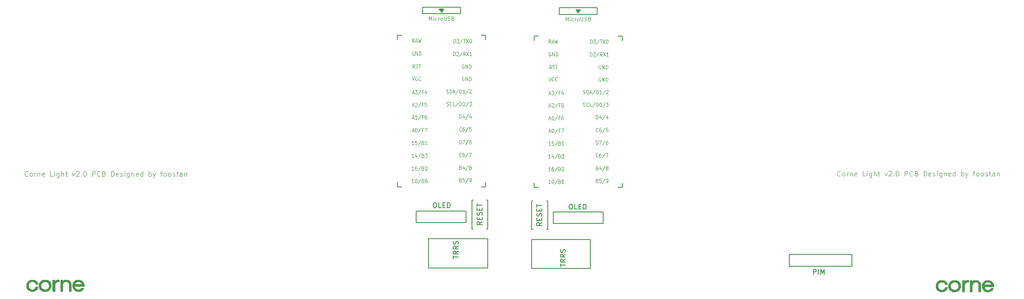
<source format=gto>
G04 #@! TF.GenerationSoftware,KiCad,Pcbnew,(6.0.8-1)-1*
G04 #@! TF.CreationDate,2023-02-08T14:44:23+02:00*
G04 #@! TF.ProjectId,corne-light,636f726e-652d-46c6-9967-68742e6b6963,2.0*
G04 #@! TF.SameCoordinates,Original*
G04 #@! TF.FileFunction,Legend,Top*
G04 #@! TF.FilePolarity,Positive*
%FSLAX46Y46*%
G04 Gerber Fmt 4.6, Leading zero omitted, Abs format (unit mm)*
G04 Created by KiCad (PCBNEW (6.0.8-1)-1) date 2023-02-08 14:44:23*
%MOMM*%
%LPD*%
G01*
G04 APERTURE LIST*
%ADD10C,0.125000*%
%ADD11C,0.150000*%
%ADD12C,0.120000*%
%ADD13C,0.010000*%
G04 APERTURE END LIST*
D10*
X216168273Y-68917142D02*
X216120654Y-68964761D01*
X215977797Y-69012380D01*
X215882559Y-69012380D01*
X215739702Y-68964761D01*
X215644464Y-68869523D01*
X215596845Y-68774285D01*
X215549226Y-68583809D01*
X215549226Y-68440952D01*
X215596845Y-68250476D01*
X215644464Y-68155238D01*
X215739702Y-68060000D01*
X215882559Y-68012380D01*
X215977797Y-68012380D01*
X216120654Y-68060000D01*
X216168273Y-68107619D01*
X216739702Y-69012380D02*
X216644464Y-68964761D01*
X216596845Y-68917142D01*
X216549226Y-68821904D01*
X216549226Y-68536190D01*
X216596845Y-68440952D01*
X216644464Y-68393333D01*
X216739702Y-68345714D01*
X216882559Y-68345714D01*
X216977797Y-68393333D01*
X217025416Y-68440952D01*
X217073035Y-68536190D01*
X217073035Y-68821904D01*
X217025416Y-68917142D01*
X216977797Y-68964761D01*
X216882559Y-69012380D01*
X216739702Y-69012380D01*
X217501607Y-69012380D02*
X217501607Y-68345714D01*
X217501607Y-68536190D02*
X217549226Y-68440952D01*
X217596845Y-68393333D01*
X217692083Y-68345714D01*
X217787321Y-68345714D01*
X218120654Y-68345714D02*
X218120654Y-69012380D01*
X218120654Y-68440952D02*
X218168273Y-68393333D01*
X218263511Y-68345714D01*
X218406369Y-68345714D01*
X218501607Y-68393333D01*
X218549226Y-68488571D01*
X218549226Y-69012380D01*
X219406369Y-68964761D02*
X219311130Y-69012380D01*
X219120654Y-69012380D01*
X219025416Y-68964761D01*
X218977797Y-68869523D01*
X218977797Y-68488571D01*
X219025416Y-68393333D01*
X219120654Y-68345714D01*
X219311130Y-68345714D01*
X219406369Y-68393333D01*
X219453988Y-68488571D01*
X219453988Y-68583809D01*
X218977797Y-68679047D01*
X221120654Y-69012380D02*
X220644464Y-69012380D01*
X220644464Y-68012380D01*
X221453988Y-69012380D02*
X221453988Y-68345714D01*
X221453988Y-68012380D02*
X221406369Y-68060000D01*
X221453988Y-68107619D01*
X221501607Y-68060000D01*
X221453988Y-68012380D01*
X221453988Y-68107619D01*
X222358750Y-68345714D02*
X222358750Y-69155238D01*
X222311130Y-69250476D01*
X222263511Y-69298095D01*
X222168273Y-69345714D01*
X222025416Y-69345714D01*
X221930178Y-69298095D01*
X222358750Y-68964761D02*
X222263511Y-69012380D01*
X222073035Y-69012380D01*
X221977797Y-68964761D01*
X221930178Y-68917142D01*
X221882559Y-68821904D01*
X221882559Y-68536190D01*
X221930178Y-68440952D01*
X221977797Y-68393333D01*
X222073035Y-68345714D01*
X222263511Y-68345714D01*
X222358750Y-68393333D01*
X222834940Y-69012380D02*
X222834940Y-68012380D01*
X223263511Y-69012380D02*
X223263511Y-68488571D01*
X223215892Y-68393333D01*
X223120654Y-68345714D01*
X222977797Y-68345714D01*
X222882559Y-68393333D01*
X222834940Y-68440952D01*
X223596845Y-68345714D02*
X223977797Y-68345714D01*
X223739702Y-68012380D02*
X223739702Y-68869523D01*
X223787321Y-68964761D01*
X223882559Y-69012380D01*
X223977797Y-69012380D01*
X224977797Y-68345714D02*
X225215892Y-69012380D01*
X225453988Y-68345714D01*
X225787321Y-68107619D02*
X225834940Y-68060000D01*
X225930178Y-68012380D01*
X226168273Y-68012380D01*
X226263511Y-68060000D01*
X226311130Y-68107619D01*
X226358750Y-68202857D01*
X226358750Y-68298095D01*
X226311130Y-68440952D01*
X225739702Y-69012380D01*
X226358750Y-69012380D01*
X226787321Y-68917142D02*
X226834940Y-68964761D01*
X226787321Y-69012380D01*
X226739702Y-68964761D01*
X226787321Y-68917142D01*
X226787321Y-69012380D01*
X227453988Y-68012380D02*
X227549226Y-68012380D01*
X227644464Y-68060000D01*
X227692083Y-68107619D01*
X227739702Y-68202857D01*
X227787321Y-68393333D01*
X227787321Y-68631428D01*
X227739702Y-68821904D01*
X227692083Y-68917142D01*
X227644464Y-68964761D01*
X227549226Y-69012380D01*
X227453988Y-69012380D01*
X227358750Y-68964761D01*
X227311130Y-68917142D01*
X227263511Y-68821904D01*
X227215892Y-68631428D01*
X227215892Y-68393333D01*
X227263511Y-68202857D01*
X227311130Y-68107619D01*
X227358750Y-68060000D01*
X227453988Y-68012380D01*
X228977797Y-69012380D02*
X228977797Y-68012380D01*
X229358750Y-68012380D01*
X229453988Y-68060000D01*
X229501607Y-68107619D01*
X229549226Y-68202857D01*
X229549226Y-68345714D01*
X229501607Y-68440952D01*
X229453988Y-68488571D01*
X229358750Y-68536190D01*
X228977797Y-68536190D01*
X230549226Y-68917142D02*
X230501607Y-68964761D01*
X230358750Y-69012380D01*
X230263511Y-69012380D01*
X230120654Y-68964761D01*
X230025416Y-68869523D01*
X229977797Y-68774285D01*
X229930178Y-68583809D01*
X229930178Y-68440952D01*
X229977797Y-68250476D01*
X230025416Y-68155238D01*
X230120654Y-68060000D01*
X230263511Y-68012380D01*
X230358750Y-68012380D01*
X230501607Y-68060000D01*
X230549226Y-68107619D01*
X231311130Y-68488571D02*
X231453988Y-68536190D01*
X231501607Y-68583809D01*
X231549226Y-68679047D01*
X231549226Y-68821904D01*
X231501607Y-68917142D01*
X231453988Y-68964761D01*
X231358750Y-69012380D01*
X230977797Y-69012380D01*
X230977797Y-68012380D01*
X231311130Y-68012380D01*
X231406369Y-68060000D01*
X231453988Y-68107619D01*
X231501607Y-68202857D01*
X231501607Y-68298095D01*
X231453988Y-68393333D01*
X231406369Y-68440952D01*
X231311130Y-68488571D01*
X230977797Y-68488571D01*
X232739702Y-69012380D02*
X232739702Y-68012380D01*
X232977797Y-68012380D01*
X233120654Y-68060000D01*
X233215892Y-68155238D01*
X233263511Y-68250476D01*
X233311130Y-68440952D01*
X233311130Y-68583809D01*
X233263511Y-68774285D01*
X233215892Y-68869523D01*
X233120654Y-68964761D01*
X232977797Y-69012380D01*
X232739702Y-69012380D01*
X234120654Y-68964761D02*
X234025416Y-69012380D01*
X233834940Y-69012380D01*
X233739702Y-68964761D01*
X233692083Y-68869523D01*
X233692083Y-68488571D01*
X233739702Y-68393333D01*
X233834940Y-68345714D01*
X234025416Y-68345714D01*
X234120654Y-68393333D01*
X234168273Y-68488571D01*
X234168273Y-68583809D01*
X233692083Y-68679047D01*
X234549226Y-68964761D02*
X234644464Y-69012380D01*
X234834940Y-69012380D01*
X234930178Y-68964761D01*
X234977797Y-68869523D01*
X234977797Y-68821904D01*
X234930178Y-68726666D01*
X234834940Y-68679047D01*
X234692083Y-68679047D01*
X234596845Y-68631428D01*
X234549226Y-68536190D01*
X234549226Y-68488571D01*
X234596845Y-68393333D01*
X234692083Y-68345714D01*
X234834940Y-68345714D01*
X234930178Y-68393333D01*
X235406369Y-69012380D02*
X235406369Y-68345714D01*
X235406369Y-68012380D02*
X235358750Y-68060000D01*
X235406369Y-68107619D01*
X235453988Y-68060000D01*
X235406369Y-68012380D01*
X235406369Y-68107619D01*
X236311130Y-68345714D02*
X236311130Y-69155238D01*
X236263511Y-69250476D01*
X236215892Y-69298095D01*
X236120654Y-69345714D01*
X235977797Y-69345714D01*
X235882559Y-69298095D01*
X236311130Y-68964761D02*
X236215892Y-69012380D01*
X236025416Y-69012380D01*
X235930178Y-68964761D01*
X235882559Y-68917142D01*
X235834940Y-68821904D01*
X235834940Y-68536190D01*
X235882559Y-68440952D01*
X235930178Y-68393333D01*
X236025416Y-68345714D01*
X236215892Y-68345714D01*
X236311130Y-68393333D01*
X236787321Y-68345714D02*
X236787321Y-69012380D01*
X236787321Y-68440952D02*
X236834940Y-68393333D01*
X236930178Y-68345714D01*
X237073035Y-68345714D01*
X237168273Y-68393333D01*
X237215892Y-68488571D01*
X237215892Y-69012380D01*
X238073035Y-68964761D02*
X237977797Y-69012380D01*
X237787321Y-69012380D01*
X237692083Y-68964761D01*
X237644464Y-68869523D01*
X237644464Y-68488571D01*
X237692083Y-68393333D01*
X237787321Y-68345714D01*
X237977797Y-68345714D01*
X238073035Y-68393333D01*
X238120654Y-68488571D01*
X238120654Y-68583809D01*
X237644464Y-68679047D01*
X238977797Y-69012380D02*
X238977797Y-68012380D01*
X238977797Y-68964761D02*
X238882559Y-69012380D01*
X238692083Y-69012380D01*
X238596845Y-68964761D01*
X238549226Y-68917142D01*
X238501607Y-68821904D01*
X238501607Y-68536190D01*
X238549226Y-68440952D01*
X238596845Y-68393333D01*
X238692083Y-68345714D01*
X238882559Y-68345714D01*
X238977797Y-68393333D01*
X240215892Y-69012380D02*
X240215892Y-68012380D01*
X240215892Y-68393333D02*
X240311130Y-68345714D01*
X240501607Y-68345714D01*
X240596845Y-68393333D01*
X240644464Y-68440952D01*
X240692083Y-68536190D01*
X240692083Y-68821904D01*
X240644464Y-68917142D01*
X240596845Y-68964761D01*
X240501607Y-69012380D01*
X240311130Y-69012380D01*
X240215892Y-68964761D01*
X241025416Y-68345714D02*
X241263511Y-69012380D01*
X241501607Y-68345714D02*
X241263511Y-69012380D01*
X241168273Y-69250476D01*
X241120654Y-69298095D01*
X241025416Y-69345714D01*
X242501607Y-68345714D02*
X242882559Y-68345714D01*
X242644464Y-69012380D02*
X242644464Y-68155238D01*
X242692083Y-68060000D01*
X242787321Y-68012380D01*
X242882559Y-68012380D01*
X243358750Y-69012380D02*
X243263511Y-68964761D01*
X243215892Y-68917142D01*
X243168273Y-68821904D01*
X243168273Y-68536190D01*
X243215892Y-68440952D01*
X243263511Y-68393333D01*
X243358750Y-68345714D01*
X243501607Y-68345714D01*
X243596845Y-68393333D01*
X243644464Y-68440952D01*
X243692083Y-68536190D01*
X243692083Y-68821904D01*
X243644464Y-68917142D01*
X243596845Y-68964761D01*
X243501607Y-69012380D01*
X243358750Y-69012380D01*
X244263511Y-69012380D02*
X244168273Y-68964761D01*
X244120654Y-68917142D01*
X244073035Y-68821904D01*
X244073035Y-68536190D01*
X244120654Y-68440952D01*
X244168273Y-68393333D01*
X244263511Y-68345714D01*
X244406369Y-68345714D01*
X244501607Y-68393333D01*
X244549226Y-68440952D01*
X244596845Y-68536190D01*
X244596845Y-68821904D01*
X244549226Y-68917142D01*
X244501607Y-68964761D01*
X244406369Y-69012380D01*
X244263511Y-69012380D01*
X244977797Y-68964761D02*
X245073035Y-69012380D01*
X245263511Y-69012380D01*
X245358750Y-68964761D01*
X245406369Y-68869523D01*
X245406369Y-68821904D01*
X245358750Y-68726666D01*
X245263511Y-68679047D01*
X245120654Y-68679047D01*
X245025416Y-68631428D01*
X244977797Y-68536190D01*
X244977797Y-68488571D01*
X245025416Y-68393333D01*
X245120654Y-68345714D01*
X245263511Y-68345714D01*
X245358750Y-68393333D01*
X245692083Y-68345714D02*
X246073035Y-68345714D01*
X245834940Y-68012380D02*
X245834940Y-68869523D01*
X245882559Y-68964761D01*
X245977797Y-69012380D01*
X246073035Y-69012380D01*
X246834940Y-69012380D02*
X246834940Y-68488571D01*
X246787321Y-68393333D01*
X246692083Y-68345714D01*
X246501607Y-68345714D01*
X246406369Y-68393333D01*
X246834940Y-68964761D02*
X246739702Y-69012380D01*
X246501607Y-69012380D01*
X246406369Y-68964761D01*
X246358750Y-68869523D01*
X246358750Y-68774285D01*
X246406369Y-68679047D01*
X246501607Y-68631428D01*
X246739702Y-68631428D01*
X246834940Y-68583809D01*
X247311130Y-68345714D02*
X247311130Y-69012380D01*
X247311130Y-68440952D02*
X247358750Y-68393333D01*
X247453988Y-68345714D01*
X247596845Y-68345714D01*
X247692083Y-68393333D01*
X247739702Y-68488571D01*
X247739702Y-69012380D01*
X54658273Y-68957142D02*
X54610654Y-69004761D01*
X54467797Y-69052380D01*
X54372559Y-69052380D01*
X54229702Y-69004761D01*
X54134464Y-68909523D01*
X54086845Y-68814285D01*
X54039226Y-68623809D01*
X54039226Y-68480952D01*
X54086845Y-68290476D01*
X54134464Y-68195238D01*
X54229702Y-68100000D01*
X54372559Y-68052380D01*
X54467797Y-68052380D01*
X54610654Y-68100000D01*
X54658273Y-68147619D01*
X55229702Y-69052380D02*
X55134464Y-69004761D01*
X55086845Y-68957142D01*
X55039226Y-68861904D01*
X55039226Y-68576190D01*
X55086845Y-68480952D01*
X55134464Y-68433333D01*
X55229702Y-68385714D01*
X55372559Y-68385714D01*
X55467797Y-68433333D01*
X55515416Y-68480952D01*
X55563035Y-68576190D01*
X55563035Y-68861904D01*
X55515416Y-68957142D01*
X55467797Y-69004761D01*
X55372559Y-69052380D01*
X55229702Y-69052380D01*
X55991607Y-69052380D02*
X55991607Y-68385714D01*
X55991607Y-68576190D02*
X56039226Y-68480952D01*
X56086845Y-68433333D01*
X56182083Y-68385714D01*
X56277321Y-68385714D01*
X56610654Y-68385714D02*
X56610654Y-69052380D01*
X56610654Y-68480952D02*
X56658273Y-68433333D01*
X56753511Y-68385714D01*
X56896369Y-68385714D01*
X56991607Y-68433333D01*
X57039226Y-68528571D01*
X57039226Y-69052380D01*
X57896369Y-69004761D02*
X57801130Y-69052380D01*
X57610654Y-69052380D01*
X57515416Y-69004761D01*
X57467797Y-68909523D01*
X57467797Y-68528571D01*
X57515416Y-68433333D01*
X57610654Y-68385714D01*
X57801130Y-68385714D01*
X57896369Y-68433333D01*
X57943988Y-68528571D01*
X57943988Y-68623809D01*
X57467797Y-68719047D01*
X59610654Y-69052380D02*
X59134464Y-69052380D01*
X59134464Y-68052380D01*
X59943988Y-69052380D02*
X59943988Y-68385714D01*
X59943988Y-68052380D02*
X59896369Y-68100000D01*
X59943988Y-68147619D01*
X59991607Y-68100000D01*
X59943988Y-68052380D01*
X59943988Y-68147619D01*
X60848750Y-68385714D02*
X60848750Y-69195238D01*
X60801130Y-69290476D01*
X60753511Y-69338095D01*
X60658273Y-69385714D01*
X60515416Y-69385714D01*
X60420178Y-69338095D01*
X60848750Y-69004761D02*
X60753511Y-69052380D01*
X60563035Y-69052380D01*
X60467797Y-69004761D01*
X60420178Y-68957142D01*
X60372559Y-68861904D01*
X60372559Y-68576190D01*
X60420178Y-68480952D01*
X60467797Y-68433333D01*
X60563035Y-68385714D01*
X60753511Y-68385714D01*
X60848750Y-68433333D01*
X61324940Y-69052380D02*
X61324940Y-68052380D01*
X61753511Y-69052380D02*
X61753511Y-68528571D01*
X61705892Y-68433333D01*
X61610654Y-68385714D01*
X61467797Y-68385714D01*
X61372559Y-68433333D01*
X61324940Y-68480952D01*
X62086845Y-68385714D02*
X62467797Y-68385714D01*
X62229702Y-68052380D02*
X62229702Y-68909523D01*
X62277321Y-69004761D01*
X62372559Y-69052380D01*
X62467797Y-69052380D01*
X63467797Y-68385714D02*
X63705892Y-69052380D01*
X63943988Y-68385714D01*
X64277321Y-68147619D02*
X64324940Y-68100000D01*
X64420178Y-68052380D01*
X64658273Y-68052380D01*
X64753511Y-68100000D01*
X64801130Y-68147619D01*
X64848750Y-68242857D01*
X64848750Y-68338095D01*
X64801130Y-68480952D01*
X64229702Y-69052380D01*
X64848750Y-69052380D01*
X65277321Y-68957142D02*
X65324940Y-69004761D01*
X65277321Y-69052380D01*
X65229702Y-69004761D01*
X65277321Y-68957142D01*
X65277321Y-69052380D01*
X65943988Y-68052380D02*
X66039226Y-68052380D01*
X66134464Y-68100000D01*
X66182083Y-68147619D01*
X66229702Y-68242857D01*
X66277321Y-68433333D01*
X66277321Y-68671428D01*
X66229702Y-68861904D01*
X66182083Y-68957142D01*
X66134464Y-69004761D01*
X66039226Y-69052380D01*
X65943988Y-69052380D01*
X65848750Y-69004761D01*
X65801130Y-68957142D01*
X65753511Y-68861904D01*
X65705892Y-68671428D01*
X65705892Y-68433333D01*
X65753511Y-68242857D01*
X65801130Y-68147619D01*
X65848750Y-68100000D01*
X65943988Y-68052380D01*
X67467797Y-69052380D02*
X67467797Y-68052380D01*
X67848750Y-68052380D01*
X67943988Y-68100000D01*
X67991607Y-68147619D01*
X68039226Y-68242857D01*
X68039226Y-68385714D01*
X67991607Y-68480952D01*
X67943988Y-68528571D01*
X67848750Y-68576190D01*
X67467797Y-68576190D01*
X69039226Y-68957142D02*
X68991607Y-69004761D01*
X68848750Y-69052380D01*
X68753511Y-69052380D01*
X68610654Y-69004761D01*
X68515416Y-68909523D01*
X68467797Y-68814285D01*
X68420178Y-68623809D01*
X68420178Y-68480952D01*
X68467797Y-68290476D01*
X68515416Y-68195238D01*
X68610654Y-68100000D01*
X68753511Y-68052380D01*
X68848750Y-68052380D01*
X68991607Y-68100000D01*
X69039226Y-68147619D01*
X69801130Y-68528571D02*
X69943988Y-68576190D01*
X69991607Y-68623809D01*
X70039226Y-68719047D01*
X70039226Y-68861904D01*
X69991607Y-68957142D01*
X69943988Y-69004761D01*
X69848750Y-69052380D01*
X69467797Y-69052380D01*
X69467797Y-68052380D01*
X69801130Y-68052380D01*
X69896369Y-68100000D01*
X69943988Y-68147619D01*
X69991607Y-68242857D01*
X69991607Y-68338095D01*
X69943988Y-68433333D01*
X69896369Y-68480952D01*
X69801130Y-68528571D01*
X69467797Y-68528571D01*
X71229702Y-69052380D02*
X71229702Y-68052380D01*
X71467797Y-68052380D01*
X71610654Y-68100000D01*
X71705892Y-68195238D01*
X71753511Y-68290476D01*
X71801130Y-68480952D01*
X71801130Y-68623809D01*
X71753511Y-68814285D01*
X71705892Y-68909523D01*
X71610654Y-69004761D01*
X71467797Y-69052380D01*
X71229702Y-69052380D01*
X72610654Y-69004761D02*
X72515416Y-69052380D01*
X72324940Y-69052380D01*
X72229702Y-69004761D01*
X72182083Y-68909523D01*
X72182083Y-68528571D01*
X72229702Y-68433333D01*
X72324940Y-68385714D01*
X72515416Y-68385714D01*
X72610654Y-68433333D01*
X72658273Y-68528571D01*
X72658273Y-68623809D01*
X72182083Y-68719047D01*
X73039226Y-69004761D02*
X73134464Y-69052380D01*
X73324940Y-69052380D01*
X73420178Y-69004761D01*
X73467797Y-68909523D01*
X73467797Y-68861904D01*
X73420178Y-68766666D01*
X73324940Y-68719047D01*
X73182083Y-68719047D01*
X73086845Y-68671428D01*
X73039226Y-68576190D01*
X73039226Y-68528571D01*
X73086845Y-68433333D01*
X73182083Y-68385714D01*
X73324940Y-68385714D01*
X73420178Y-68433333D01*
X73896369Y-69052380D02*
X73896369Y-68385714D01*
X73896369Y-68052380D02*
X73848750Y-68100000D01*
X73896369Y-68147619D01*
X73943988Y-68100000D01*
X73896369Y-68052380D01*
X73896369Y-68147619D01*
X74801130Y-68385714D02*
X74801130Y-69195238D01*
X74753511Y-69290476D01*
X74705892Y-69338095D01*
X74610654Y-69385714D01*
X74467797Y-69385714D01*
X74372559Y-69338095D01*
X74801130Y-69004761D02*
X74705892Y-69052380D01*
X74515416Y-69052380D01*
X74420178Y-69004761D01*
X74372559Y-68957142D01*
X74324940Y-68861904D01*
X74324940Y-68576190D01*
X74372559Y-68480952D01*
X74420178Y-68433333D01*
X74515416Y-68385714D01*
X74705892Y-68385714D01*
X74801130Y-68433333D01*
X75277321Y-68385714D02*
X75277321Y-69052380D01*
X75277321Y-68480952D02*
X75324940Y-68433333D01*
X75420178Y-68385714D01*
X75563035Y-68385714D01*
X75658273Y-68433333D01*
X75705892Y-68528571D01*
X75705892Y-69052380D01*
X76563035Y-69004761D02*
X76467797Y-69052380D01*
X76277321Y-69052380D01*
X76182083Y-69004761D01*
X76134464Y-68909523D01*
X76134464Y-68528571D01*
X76182083Y-68433333D01*
X76277321Y-68385714D01*
X76467797Y-68385714D01*
X76563035Y-68433333D01*
X76610654Y-68528571D01*
X76610654Y-68623809D01*
X76134464Y-68719047D01*
X77467797Y-69052380D02*
X77467797Y-68052380D01*
X77467797Y-69004761D02*
X77372559Y-69052380D01*
X77182083Y-69052380D01*
X77086845Y-69004761D01*
X77039226Y-68957142D01*
X76991607Y-68861904D01*
X76991607Y-68576190D01*
X77039226Y-68480952D01*
X77086845Y-68433333D01*
X77182083Y-68385714D01*
X77372559Y-68385714D01*
X77467797Y-68433333D01*
X78705892Y-69052380D02*
X78705892Y-68052380D01*
X78705892Y-68433333D02*
X78801130Y-68385714D01*
X78991607Y-68385714D01*
X79086845Y-68433333D01*
X79134464Y-68480952D01*
X79182083Y-68576190D01*
X79182083Y-68861904D01*
X79134464Y-68957142D01*
X79086845Y-69004761D01*
X78991607Y-69052380D01*
X78801130Y-69052380D01*
X78705892Y-69004761D01*
X79515416Y-68385714D02*
X79753511Y-69052380D01*
X79991607Y-68385714D02*
X79753511Y-69052380D01*
X79658273Y-69290476D01*
X79610654Y-69338095D01*
X79515416Y-69385714D01*
X80991607Y-68385714D02*
X81372559Y-68385714D01*
X81134464Y-69052380D02*
X81134464Y-68195238D01*
X81182083Y-68100000D01*
X81277321Y-68052380D01*
X81372559Y-68052380D01*
X81848749Y-69052380D02*
X81753511Y-69004761D01*
X81705892Y-68957142D01*
X81658273Y-68861904D01*
X81658273Y-68576190D01*
X81705892Y-68480952D01*
X81753511Y-68433333D01*
X81848749Y-68385714D01*
X81991607Y-68385714D01*
X82086845Y-68433333D01*
X82134464Y-68480952D01*
X82182083Y-68576190D01*
X82182083Y-68861904D01*
X82134464Y-68957142D01*
X82086845Y-69004761D01*
X81991607Y-69052380D01*
X81848749Y-69052380D01*
X82753511Y-69052380D02*
X82658273Y-69004761D01*
X82610654Y-68957142D01*
X82563035Y-68861904D01*
X82563035Y-68576190D01*
X82610654Y-68480952D01*
X82658273Y-68433333D01*
X82753511Y-68385714D01*
X82896369Y-68385714D01*
X82991607Y-68433333D01*
X83039226Y-68480952D01*
X83086845Y-68576190D01*
X83086845Y-68861904D01*
X83039226Y-68957142D01*
X82991607Y-69004761D01*
X82896369Y-69052380D01*
X82753511Y-69052380D01*
X83467797Y-69004761D02*
X83563035Y-69052380D01*
X83753511Y-69052380D01*
X83848749Y-69004761D01*
X83896369Y-68909523D01*
X83896369Y-68861904D01*
X83848749Y-68766666D01*
X83753511Y-68719047D01*
X83610654Y-68719047D01*
X83515416Y-68671428D01*
X83467797Y-68576190D01*
X83467797Y-68528571D01*
X83515416Y-68433333D01*
X83610654Y-68385714D01*
X83753511Y-68385714D01*
X83848749Y-68433333D01*
X84182083Y-68385714D02*
X84563035Y-68385714D01*
X84324940Y-68052380D02*
X84324940Y-68909523D01*
X84372559Y-69004761D01*
X84467797Y-69052380D01*
X84563035Y-69052380D01*
X85324940Y-69052380D02*
X85324940Y-68528571D01*
X85277321Y-68433333D01*
X85182083Y-68385714D01*
X84991607Y-68385714D01*
X84896369Y-68433333D01*
X85324940Y-69004761D02*
X85229702Y-69052380D01*
X84991607Y-69052380D01*
X84896369Y-69004761D01*
X84848749Y-68909523D01*
X84848749Y-68814285D01*
X84896369Y-68719047D01*
X84991607Y-68671428D01*
X85229702Y-68671428D01*
X85324940Y-68623809D01*
X85801130Y-68385714D02*
X85801130Y-69052380D01*
X85801130Y-68480952D02*
X85848749Y-68433333D01*
X85943988Y-68385714D01*
X86086845Y-68385714D01*
X86182083Y-68433333D01*
X86229702Y-68528571D01*
X86229702Y-69052380D01*
D11*
X139216880Y-85443904D02*
X139216880Y-84872476D01*
X140216880Y-85158190D02*
X139216880Y-85158190D01*
X140216880Y-83967714D02*
X139740690Y-84301047D01*
X140216880Y-84539142D02*
X139216880Y-84539142D01*
X139216880Y-84158190D01*
X139264500Y-84062952D01*
X139312119Y-84015333D01*
X139407357Y-83967714D01*
X139550214Y-83967714D01*
X139645452Y-84015333D01*
X139693071Y-84062952D01*
X139740690Y-84158190D01*
X139740690Y-84539142D01*
X140216880Y-82967714D02*
X139740690Y-83301047D01*
X140216880Y-83539142D02*
X139216880Y-83539142D01*
X139216880Y-83158190D01*
X139264500Y-83062952D01*
X139312119Y-83015333D01*
X139407357Y-82967714D01*
X139550214Y-82967714D01*
X139645452Y-83015333D01*
X139693071Y-83062952D01*
X139740690Y-83158190D01*
X139740690Y-83539142D01*
X140169261Y-82586761D02*
X140216880Y-82443904D01*
X140216880Y-82205809D01*
X140169261Y-82110571D01*
X140121642Y-82062952D01*
X140026404Y-82015333D01*
X139931166Y-82015333D01*
X139835928Y-82062952D01*
X139788309Y-82110571D01*
X139740690Y-82205809D01*
X139693071Y-82396285D01*
X139645452Y-82491523D01*
X139597833Y-82539142D01*
X139502595Y-82586761D01*
X139407357Y-82586761D01*
X139312119Y-82539142D01*
X139264500Y-82491523D01*
X139216880Y-82396285D01*
X139216880Y-82158190D01*
X139264500Y-82015333D01*
X160510227Y-87077336D02*
X160510227Y-86505908D01*
X161510227Y-86791622D02*
X160510227Y-86791622D01*
X161510227Y-85601146D02*
X161034037Y-85934479D01*
X161510227Y-86172574D02*
X160510227Y-86172574D01*
X160510227Y-85791622D01*
X160557847Y-85696384D01*
X160605466Y-85648765D01*
X160700704Y-85601146D01*
X160843561Y-85601146D01*
X160938799Y-85648765D01*
X160986418Y-85696384D01*
X161034037Y-85791622D01*
X161034037Y-86172574D01*
X161510227Y-84601146D02*
X161034037Y-84934479D01*
X161510227Y-85172574D02*
X160510227Y-85172574D01*
X160510227Y-84791622D01*
X160557847Y-84696384D01*
X160605466Y-84648765D01*
X160700704Y-84601146D01*
X160843561Y-84601146D01*
X160938799Y-84648765D01*
X160986418Y-84696384D01*
X161034037Y-84791622D01*
X161034037Y-85172574D01*
X161462608Y-84220193D02*
X161510227Y-84077336D01*
X161510227Y-83839241D01*
X161462608Y-83744003D01*
X161414989Y-83696384D01*
X161319751Y-83648765D01*
X161224513Y-83648765D01*
X161129275Y-83696384D01*
X161081656Y-83744003D01*
X161034037Y-83839241D01*
X160986418Y-84029717D01*
X160938799Y-84124955D01*
X160891180Y-84172574D01*
X160795942Y-84220193D01*
X160700704Y-84220193D01*
X160605466Y-84172574D01*
X160557847Y-84124955D01*
X160510227Y-84029717D01*
X160510227Y-83791622D01*
X160557847Y-83648765D01*
X156827227Y-78269812D02*
X156351037Y-78603146D01*
X156827227Y-78841241D02*
X155827227Y-78841241D01*
X155827227Y-78460289D01*
X155874847Y-78365051D01*
X155922466Y-78317432D01*
X156017704Y-78269812D01*
X156160561Y-78269812D01*
X156255799Y-78317432D01*
X156303418Y-78365051D01*
X156351037Y-78460289D01*
X156351037Y-78841241D01*
X156303418Y-77841241D02*
X156303418Y-77507908D01*
X156827227Y-77365051D02*
X156827227Y-77841241D01*
X155827227Y-77841241D01*
X155827227Y-77365051D01*
X156779608Y-76984098D02*
X156827227Y-76841241D01*
X156827227Y-76603146D01*
X156779608Y-76507908D01*
X156731989Y-76460289D01*
X156636751Y-76412670D01*
X156541513Y-76412670D01*
X156446275Y-76460289D01*
X156398656Y-76507908D01*
X156351037Y-76603146D01*
X156303418Y-76793622D01*
X156255799Y-76888860D01*
X156208180Y-76936479D01*
X156112942Y-76984098D01*
X156017704Y-76984098D01*
X155922466Y-76936479D01*
X155874847Y-76888860D01*
X155827227Y-76793622D01*
X155827227Y-76555527D01*
X155874847Y-76412670D01*
X156303418Y-75984098D02*
X156303418Y-75650765D01*
X156827227Y-75507908D02*
X156827227Y-75984098D01*
X155827227Y-75984098D01*
X155827227Y-75507908D01*
X155827227Y-75222193D02*
X155827227Y-74650765D01*
X156827227Y-74936479D02*
X155827227Y-74936479D01*
D10*
X131061785Y-57435000D02*
X131380833Y-57435000D01*
X130997976Y-57649285D02*
X131221309Y-56899285D01*
X131444642Y-57649285D01*
X132018928Y-57649285D02*
X131636071Y-57649285D01*
X131827500Y-57649285D02*
X131827500Y-56899285D01*
X131763690Y-57006428D01*
X131699880Y-57077857D01*
X131636071Y-57113571D01*
X132784642Y-56863571D02*
X132210357Y-57827857D01*
X133231309Y-57256428D02*
X133007976Y-57256428D01*
X133007976Y-57649285D02*
X133007976Y-56899285D01*
X133327023Y-56899285D01*
X133869404Y-56899285D02*
X133741785Y-56899285D01*
X133677976Y-56935000D01*
X133646071Y-56970714D01*
X133582261Y-57077857D01*
X133550357Y-57220714D01*
X133550357Y-57506428D01*
X133582261Y-57577857D01*
X133614166Y-57613571D01*
X133677976Y-57649285D01*
X133805595Y-57649285D01*
X133869404Y-57613571D01*
X133901309Y-57577857D01*
X133933214Y-57506428D01*
X133933214Y-57327857D01*
X133901309Y-57256428D01*
X133869404Y-57220714D01*
X133805595Y-57185000D01*
X133677976Y-57185000D01*
X133614166Y-57220714D01*
X133582261Y-57256428D01*
X133550357Y-57327857D01*
X131364880Y-62749285D02*
X130982023Y-62749285D01*
X131173452Y-62749285D02*
X131173452Y-61999285D01*
X131109642Y-62106428D01*
X131045833Y-62177857D01*
X130982023Y-62213571D01*
X131971071Y-61999285D02*
X131652023Y-61999285D01*
X131620119Y-62356428D01*
X131652023Y-62320714D01*
X131715833Y-62285000D01*
X131875357Y-62285000D01*
X131939166Y-62320714D01*
X131971071Y-62356428D01*
X132002976Y-62427857D01*
X132002976Y-62606428D01*
X131971071Y-62677857D01*
X131939166Y-62713571D01*
X131875357Y-62749285D01*
X131715833Y-62749285D01*
X131652023Y-62713571D01*
X131620119Y-62677857D01*
X132768690Y-61963571D02*
X132194404Y-62927857D01*
X133215357Y-62356428D02*
X133311071Y-62392142D01*
X133342976Y-62427857D01*
X133374880Y-62499285D01*
X133374880Y-62606428D01*
X133342976Y-62677857D01*
X133311071Y-62713571D01*
X133247261Y-62749285D01*
X132992023Y-62749285D01*
X132992023Y-61999285D01*
X133215357Y-61999285D01*
X133279166Y-62035000D01*
X133311071Y-62070714D01*
X133342976Y-62142142D01*
X133342976Y-62213571D01*
X133311071Y-62285000D01*
X133279166Y-62320714D01*
X133215357Y-62356428D01*
X132992023Y-62356428D01*
X134012976Y-62749285D02*
X133630119Y-62749285D01*
X133821547Y-62749285D02*
X133821547Y-61999285D01*
X133757738Y-62106428D01*
X133693928Y-62177857D01*
X133630119Y-62213571D01*
X140815833Y-59977857D02*
X140783928Y-60013571D01*
X140688214Y-60049285D01*
X140624404Y-60049285D01*
X140528690Y-60013571D01*
X140464880Y-59942142D01*
X140432976Y-59870714D01*
X140401071Y-59727857D01*
X140401071Y-59620714D01*
X140432976Y-59477857D01*
X140464880Y-59406428D01*
X140528690Y-59335000D01*
X140624404Y-59299285D01*
X140688214Y-59299285D01*
X140783928Y-59335000D01*
X140815833Y-59370714D01*
X141390119Y-59299285D02*
X141262500Y-59299285D01*
X141198690Y-59335000D01*
X141166785Y-59370714D01*
X141102976Y-59477857D01*
X141071071Y-59620714D01*
X141071071Y-59906428D01*
X141102976Y-59977857D01*
X141134880Y-60013571D01*
X141198690Y-60049285D01*
X141326309Y-60049285D01*
X141390119Y-60013571D01*
X141422023Y-59977857D01*
X141453928Y-59906428D01*
X141453928Y-59727857D01*
X141422023Y-59656428D01*
X141390119Y-59620714D01*
X141326309Y-59585000D01*
X141198690Y-59585000D01*
X141134880Y-59620714D01*
X141102976Y-59656428D01*
X141071071Y-59727857D01*
X142219642Y-59263571D02*
X141645357Y-60227857D01*
X142762023Y-59299285D02*
X142442976Y-59299285D01*
X142411071Y-59656428D01*
X142442976Y-59620714D01*
X142506785Y-59585000D01*
X142666309Y-59585000D01*
X142730119Y-59620714D01*
X142762023Y-59656428D01*
X142793928Y-59727857D01*
X142793928Y-59906428D01*
X142762023Y-59977857D01*
X142730119Y-60013571D01*
X142666309Y-60049285D01*
X142506785Y-60049285D01*
X142442976Y-60013571D01*
X142411071Y-59977857D01*
X131004166Y-49199285D02*
X131227500Y-49949285D01*
X131450833Y-49199285D01*
X132057023Y-49877857D02*
X132025119Y-49913571D01*
X131929404Y-49949285D01*
X131865595Y-49949285D01*
X131769880Y-49913571D01*
X131706071Y-49842142D01*
X131674166Y-49770714D01*
X131642261Y-49627857D01*
X131642261Y-49520714D01*
X131674166Y-49377857D01*
X131706071Y-49306428D01*
X131769880Y-49235000D01*
X131865595Y-49199285D01*
X131929404Y-49199285D01*
X132025119Y-49235000D01*
X132057023Y-49270714D01*
X132727023Y-49877857D02*
X132695119Y-49913571D01*
X132599404Y-49949285D01*
X132535595Y-49949285D01*
X132439880Y-49913571D01*
X132376071Y-49842142D01*
X132344166Y-49770714D01*
X132312261Y-49627857D01*
X132312261Y-49520714D01*
X132344166Y-49377857D01*
X132376071Y-49306428D01*
X132439880Y-49235000D01*
X132535595Y-49199285D01*
X132599404Y-49199285D01*
X132695119Y-49235000D01*
X132727023Y-49270714D01*
X140656309Y-69806428D02*
X140752023Y-69842142D01*
X140783928Y-69877857D01*
X140815833Y-69949285D01*
X140815833Y-70056428D01*
X140783928Y-70127857D01*
X140752023Y-70163571D01*
X140688214Y-70199285D01*
X140432976Y-70199285D01*
X140432976Y-69449285D01*
X140656309Y-69449285D01*
X140720119Y-69485000D01*
X140752023Y-69520714D01*
X140783928Y-69592142D01*
X140783928Y-69663571D01*
X140752023Y-69735000D01*
X140720119Y-69770714D01*
X140656309Y-69806428D01*
X140432976Y-69806428D01*
X141422023Y-69449285D02*
X141102976Y-69449285D01*
X141071071Y-69806428D01*
X141102976Y-69770714D01*
X141166785Y-69735000D01*
X141326309Y-69735000D01*
X141390119Y-69770714D01*
X141422023Y-69806428D01*
X141453928Y-69877857D01*
X141453928Y-70056428D01*
X141422023Y-70127857D01*
X141390119Y-70163571D01*
X141326309Y-70199285D01*
X141166785Y-70199285D01*
X141102976Y-70163571D01*
X141071071Y-70127857D01*
X142219642Y-69413571D02*
X141645357Y-70377857D01*
X142474880Y-70199285D02*
X142602500Y-70199285D01*
X142666309Y-70163571D01*
X142698214Y-70127857D01*
X142762023Y-70020714D01*
X142793928Y-69877857D01*
X142793928Y-69592142D01*
X142762023Y-69520714D01*
X142730119Y-69485000D01*
X142666309Y-69449285D01*
X142538690Y-69449285D01*
X142474880Y-69485000D01*
X142442976Y-69520714D01*
X142411071Y-69592142D01*
X142411071Y-69770714D01*
X142442976Y-69842142D01*
X142474880Y-69877857D01*
X142538690Y-69913571D01*
X142666309Y-69913571D01*
X142730119Y-69877857D01*
X142762023Y-69842142D01*
X142793928Y-69770714D01*
X137858928Y-52463571D02*
X137954642Y-52499285D01*
X138114166Y-52499285D01*
X138177976Y-52463571D01*
X138209880Y-52427857D01*
X138241785Y-52356428D01*
X138241785Y-52285000D01*
X138209880Y-52213571D01*
X138177976Y-52177857D01*
X138114166Y-52142142D01*
X137986547Y-52106428D01*
X137922738Y-52070714D01*
X137890833Y-52035000D01*
X137858928Y-51963571D01*
X137858928Y-51892142D01*
X137890833Y-51820714D01*
X137922738Y-51785000D01*
X137986547Y-51749285D01*
X138146071Y-51749285D01*
X138241785Y-51785000D01*
X138528928Y-52499285D02*
X138528928Y-51749285D01*
X138688452Y-51749285D01*
X138784166Y-51785000D01*
X138847976Y-51856428D01*
X138879880Y-51927857D01*
X138911785Y-52070714D01*
X138911785Y-52177857D01*
X138879880Y-52320714D01*
X138847976Y-52392142D01*
X138784166Y-52463571D01*
X138688452Y-52499285D01*
X138528928Y-52499285D01*
X139167023Y-52285000D02*
X139486071Y-52285000D01*
X139103214Y-52499285D02*
X139326547Y-51749285D01*
X139549880Y-52499285D01*
X140251785Y-51713571D02*
X139677500Y-52677857D01*
X140475119Y-52499285D02*
X140475119Y-51749285D01*
X140634642Y-51749285D01*
X140730357Y-51785000D01*
X140794166Y-51856428D01*
X140826071Y-51927857D01*
X140857976Y-52070714D01*
X140857976Y-52177857D01*
X140826071Y-52320714D01*
X140794166Y-52392142D01*
X140730357Y-52463571D01*
X140634642Y-52499285D01*
X140475119Y-52499285D01*
X141496071Y-52499285D02*
X141113214Y-52499285D01*
X141304642Y-52499285D02*
X141304642Y-51749285D01*
X141240833Y-51856428D01*
X141177023Y-51927857D01*
X141113214Y-51963571D01*
X142261785Y-51713571D02*
X141687500Y-52677857D01*
X142453214Y-51820714D02*
X142485119Y-51785000D01*
X142548928Y-51749285D01*
X142708452Y-51749285D01*
X142772261Y-51785000D01*
X142804166Y-51820714D01*
X142836071Y-51892142D01*
X142836071Y-51963571D01*
X142804166Y-52070714D01*
X142421309Y-52499285D01*
X142836071Y-52499285D01*
X141337023Y-46835000D02*
X141273214Y-46799285D01*
X141177500Y-46799285D01*
X141081785Y-46835000D01*
X141017976Y-46906428D01*
X140986071Y-46977857D01*
X140954166Y-47120714D01*
X140954166Y-47227857D01*
X140986071Y-47370714D01*
X141017976Y-47442142D01*
X141081785Y-47513571D01*
X141177500Y-47549285D01*
X141241309Y-47549285D01*
X141337023Y-47513571D01*
X141368928Y-47477857D01*
X141368928Y-47227857D01*
X141241309Y-47227857D01*
X141656071Y-47549285D02*
X141656071Y-46799285D01*
X142038928Y-47549285D01*
X142038928Y-46799285D01*
X142357976Y-47549285D02*
X142357976Y-46799285D01*
X142517500Y-46799285D01*
X142613214Y-46835000D01*
X142677023Y-46906428D01*
X142708928Y-46977857D01*
X142740833Y-47120714D01*
X142740833Y-47227857D01*
X142708928Y-47370714D01*
X142677023Y-47442142D01*
X142613214Y-47513571D01*
X142517500Y-47549285D01*
X142357976Y-47549285D01*
X131364880Y-70349285D02*
X130982023Y-70349285D01*
X131173452Y-70349285D02*
X131173452Y-69599285D01*
X131109642Y-69706428D01*
X131045833Y-69777857D01*
X130982023Y-69813571D01*
X131779642Y-69599285D02*
X131843452Y-69599285D01*
X131907261Y-69635000D01*
X131939166Y-69670714D01*
X131971071Y-69742142D01*
X132002976Y-69885000D01*
X132002976Y-70063571D01*
X131971071Y-70206428D01*
X131939166Y-70277857D01*
X131907261Y-70313571D01*
X131843452Y-70349285D01*
X131779642Y-70349285D01*
X131715833Y-70313571D01*
X131683928Y-70277857D01*
X131652023Y-70206428D01*
X131620119Y-70063571D01*
X131620119Y-69885000D01*
X131652023Y-69742142D01*
X131683928Y-69670714D01*
X131715833Y-69635000D01*
X131779642Y-69599285D01*
X132768690Y-69563571D02*
X132194404Y-70527857D01*
X133215357Y-69956428D02*
X133311071Y-69992142D01*
X133342976Y-70027857D01*
X133374880Y-70099285D01*
X133374880Y-70206428D01*
X133342976Y-70277857D01*
X133311071Y-70313571D01*
X133247261Y-70349285D01*
X132992023Y-70349285D01*
X132992023Y-69599285D01*
X133215357Y-69599285D01*
X133279166Y-69635000D01*
X133311071Y-69670714D01*
X133342976Y-69742142D01*
X133342976Y-69813571D01*
X133311071Y-69885000D01*
X133279166Y-69920714D01*
X133215357Y-69956428D01*
X132992023Y-69956428D01*
X133949166Y-69599285D02*
X133821547Y-69599285D01*
X133757738Y-69635000D01*
X133725833Y-69670714D01*
X133662023Y-69777857D01*
X133630119Y-69920714D01*
X133630119Y-70206428D01*
X133662023Y-70277857D01*
X133693928Y-70313571D01*
X133757738Y-70349285D01*
X133885357Y-70349285D01*
X133949166Y-70313571D01*
X133981071Y-70277857D01*
X134012976Y-70206428D01*
X134012976Y-70027857D01*
X133981071Y-69956428D01*
X133949166Y-69920714D01*
X133885357Y-69885000D01*
X133757738Y-69885000D01*
X133693928Y-69920714D01*
X133662023Y-69956428D01*
X133630119Y-70027857D01*
X137874880Y-54963571D02*
X137970595Y-54999285D01*
X138130119Y-54999285D01*
X138193928Y-54963571D01*
X138225833Y-54927857D01*
X138257738Y-54856428D01*
X138257738Y-54785000D01*
X138225833Y-54713571D01*
X138193928Y-54677857D01*
X138130119Y-54642142D01*
X138002500Y-54606428D01*
X137938690Y-54570714D01*
X137906785Y-54535000D01*
X137874880Y-54463571D01*
X137874880Y-54392142D01*
X137906785Y-54320714D01*
X137938690Y-54285000D01*
X138002500Y-54249285D01*
X138162023Y-54249285D01*
X138257738Y-54285000D01*
X138927738Y-54927857D02*
X138895833Y-54963571D01*
X138800119Y-54999285D01*
X138736309Y-54999285D01*
X138640595Y-54963571D01*
X138576785Y-54892142D01*
X138544880Y-54820714D01*
X138512976Y-54677857D01*
X138512976Y-54570714D01*
X138544880Y-54427857D01*
X138576785Y-54356428D01*
X138640595Y-54285000D01*
X138736309Y-54249285D01*
X138800119Y-54249285D01*
X138895833Y-54285000D01*
X138927738Y-54320714D01*
X139533928Y-54999285D02*
X139214880Y-54999285D01*
X139214880Y-54249285D01*
X140235833Y-54213571D02*
X139661547Y-55177857D01*
X140459166Y-54999285D02*
X140459166Y-54249285D01*
X140618690Y-54249285D01*
X140714404Y-54285000D01*
X140778214Y-54356428D01*
X140810119Y-54427857D01*
X140842023Y-54570714D01*
X140842023Y-54677857D01*
X140810119Y-54820714D01*
X140778214Y-54892142D01*
X140714404Y-54963571D01*
X140618690Y-54999285D01*
X140459166Y-54999285D01*
X141256785Y-54249285D02*
X141320595Y-54249285D01*
X141384404Y-54285000D01*
X141416309Y-54320714D01*
X141448214Y-54392142D01*
X141480119Y-54535000D01*
X141480119Y-54713571D01*
X141448214Y-54856428D01*
X141416309Y-54927857D01*
X141384404Y-54963571D01*
X141320595Y-54999285D01*
X141256785Y-54999285D01*
X141192976Y-54963571D01*
X141161071Y-54927857D01*
X141129166Y-54856428D01*
X141097261Y-54713571D01*
X141097261Y-54535000D01*
X141129166Y-54392142D01*
X141161071Y-54320714D01*
X141192976Y-54285000D01*
X141256785Y-54249285D01*
X142245833Y-54213571D02*
X141671547Y-55177857D01*
X142405357Y-54249285D02*
X142820119Y-54249285D01*
X142596785Y-54535000D01*
X142692500Y-54535000D01*
X142756309Y-54570714D01*
X142788214Y-54606428D01*
X142820119Y-54677857D01*
X142820119Y-54856428D01*
X142788214Y-54927857D01*
X142756309Y-54963571D01*
X142692500Y-54999285D01*
X142501071Y-54999285D01*
X142437261Y-54963571D01*
X142405357Y-54927857D01*
X140464880Y-64756428D02*
X140688214Y-64756428D01*
X140783928Y-65149285D02*
X140464880Y-65149285D01*
X140464880Y-64399285D01*
X140783928Y-64399285D01*
X141358214Y-64399285D02*
X141230595Y-64399285D01*
X141166785Y-64435000D01*
X141134880Y-64470714D01*
X141071071Y-64577857D01*
X141039166Y-64720714D01*
X141039166Y-65006428D01*
X141071071Y-65077857D01*
X141102976Y-65113571D01*
X141166785Y-65149285D01*
X141294404Y-65149285D01*
X141358214Y-65113571D01*
X141390119Y-65077857D01*
X141422023Y-65006428D01*
X141422023Y-64827857D01*
X141390119Y-64756428D01*
X141358214Y-64720714D01*
X141294404Y-64685000D01*
X141166785Y-64685000D01*
X141102976Y-64720714D01*
X141071071Y-64756428D01*
X141039166Y-64827857D01*
X142187738Y-64363571D02*
X141613452Y-65327857D01*
X142347261Y-64399285D02*
X142793928Y-64399285D01*
X142506785Y-65149285D01*
X131387023Y-44235000D02*
X131323214Y-44199285D01*
X131227500Y-44199285D01*
X131131785Y-44235000D01*
X131067976Y-44306428D01*
X131036071Y-44377857D01*
X131004166Y-44520714D01*
X131004166Y-44627857D01*
X131036071Y-44770714D01*
X131067976Y-44842142D01*
X131131785Y-44913571D01*
X131227500Y-44949285D01*
X131291309Y-44949285D01*
X131387023Y-44913571D01*
X131418928Y-44877857D01*
X131418928Y-44627857D01*
X131291309Y-44627857D01*
X131706071Y-44949285D02*
X131706071Y-44199285D01*
X132088928Y-44949285D01*
X132088928Y-44199285D01*
X132407976Y-44949285D02*
X132407976Y-44199285D01*
X132567500Y-44199285D01*
X132663214Y-44235000D01*
X132727023Y-44306428D01*
X132758928Y-44377857D01*
X132790833Y-44520714D01*
X132790833Y-44627857D01*
X132758928Y-44770714D01*
X132727023Y-44842142D01*
X132663214Y-44913571D01*
X132567500Y-44949285D01*
X132407976Y-44949285D01*
X139308690Y-42449285D02*
X139308690Y-41699285D01*
X139468214Y-41699285D01*
X139563928Y-41735000D01*
X139627738Y-41806428D01*
X139659642Y-41877857D01*
X139691547Y-42020714D01*
X139691547Y-42127857D01*
X139659642Y-42270714D01*
X139627738Y-42342142D01*
X139563928Y-42413571D01*
X139468214Y-42449285D01*
X139308690Y-42449285D01*
X139914880Y-41699285D02*
X140329642Y-41699285D01*
X140106309Y-41985000D01*
X140202023Y-41985000D01*
X140265833Y-42020714D01*
X140297738Y-42056428D01*
X140329642Y-42127857D01*
X140329642Y-42306428D01*
X140297738Y-42377857D01*
X140265833Y-42413571D01*
X140202023Y-42449285D01*
X140010595Y-42449285D01*
X139946785Y-42413571D01*
X139914880Y-42377857D01*
X141095357Y-41663571D02*
X140521071Y-42627857D01*
X141222976Y-41699285D02*
X141605833Y-41699285D01*
X141414404Y-42449285D02*
X141414404Y-41699285D01*
X141765357Y-41699285D02*
X142212023Y-42449285D01*
X142212023Y-41699285D02*
X141765357Y-42449285D01*
X142594880Y-41699285D02*
X142658690Y-41699285D01*
X142722500Y-41735000D01*
X142754404Y-41770714D01*
X142786309Y-41842142D01*
X142818214Y-41985000D01*
X142818214Y-42163571D01*
X142786309Y-42306428D01*
X142754404Y-42377857D01*
X142722500Y-42413571D01*
X142658690Y-42449285D01*
X142594880Y-42449285D01*
X142531071Y-42413571D01*
X142499166Y-42377857D01*
X142467261Y-42306428D01*
X142435357Y-42163571D01*
X142435357Y-41985000D01*
X142467261Y-41842142D01*
X142499166Y-41770714D01*
X142531071Y-41735000D01*
X142594880Y-41699285D01*
X141337023Y-49285000D02*
X141273214Y-49249285D01*
X141177500Y-49249285D01*
X141081785Y-49285000D01*
X141017976Y-49356428D01*
X140986071Y-49427857D01*
X140954166Y-49570714D01*
X140954166Y-49677857D01*
X140986071Y-49820714D01*
X141017976Y-49892142D01*
X141081785Y-49963571D01*
X141177500Y-49999285D01*
X141241309Y-49999285D01*
X141337023Y-49963571D01*
X141368928Y-49927857D01*
X141368928Y-49677857D01*
X141241309Y-49677857D01*
X141656071Y-49999285D02*
X141656071Y-49249285D01*
X142038928Y-49999285D01*
X142038928Y-49249285D01*
X142357976Y-49999285D02*
X142357976Y-49249285D01*
X142517500Y-49249285D01*
X142613214Y-49285000D01*
X142677023Y-49356428D01*
X142708928Y-49427857D01*
X142740833Y-49570714D01*
X142740833Y-49677857D01*
X142708928Y-49820714D01*
X142677023Y-49892142D01*
X142613214Y-49963571D01*
X142517500Y-49999285D01*
X142357976Y-49999285D01*
X131364880Y-65299285D02*
X130982023Y-65299285D01*
X131173452Y-65299285D02*
X131173452Y-64549285D01*
X131109642Y-64656428D01*
X131045833Y-64727857D01*
X130982023Y-64763571D01*
X131939166Y-64799285D02*
X131939166Y-65299285D01*
X131779642Y-64513571D02*
X131620119Y-65049285D01*
X132034880Y-65049285D01*
X132768690Y-64513571D02*
X132194404Y-65477857D01*
X133215357Y-64906428D02*
X133311071Y-64942142D01*
X133342976Y-64977857D01*
X133374880Y-65049285D01*
X133374880Y-65156428D01*
X133342976Y-65227857D01*
X133311071Y-65263571D01*
X133247261Y-65299285D01*
X132992023Y-65299285D01*
X132992023Y-64549285D01*
X133215357Y-64549285D01*
X133279166Y-64585000D01*
X133311071Y-64620714D01*
X133342976Y-64692142D01*
X133342976Y-64763571D01*
X133311071Y-64835000D01*
X133279166Y-64870714D01*
X133215357Y-64906428D01*
X132992023Y-64906428D01*
X133598214Y-64549285D02*
X134012976Y-64549285D01*
X133789642Y-64835000D01*
X133885357Y-64835000D01*
X133949166Y-64870714D01*
X133981071Y-64906428D01*
X134012976Y-64977857D01*
X134012976Y-65156428D01*
X133981071Y-65227857D01*
X133949166Y-65263571D01*
X133885357Y-65299285D01*
X133693928Y-65299285D01*
X133630119Y-65263571D01*
X133598214Y-65227857D01*
X131061785Y-54935000D02*
X131380833Y-54935000D01*
X130997976Y-55149285D02*
X131221309Y-54399285D01*
X131444642Y-55149285D01*
X131636071Y-54470714D02*
X131667976Y-54435000D01*
X131731785Y-54399285D01*
X131891309Y-54399285D01*
X131955119Y-54435000D01*
X131987023Y-54470714D01*
X132018928Y-54542142D01*
X132018928Y-54613571D01*
X131987023Y-54720714D01*
X131604166Y-55149285D01*
X132018928Y-55149285D01*
X132784642Y-54363571D02*
X132210357Y-55327857D01*
X133231309Y-54756428D02*
X133007976Y-54756428D01*
X133007976Y-55149285D02*
X133007976Y-54399285D01*
X133327023Y-54399285D01*
X133901309Y-54399285D02*
X133582261Y-54399285D01*
X133550357Y-54756428D01*
X133582261Y-54720714D01*
X133646071Y-54685000D01*
X133805595Y-54685000D01*
X133869404Y-54720714D01*
X133901309Y-54756428D01*
X133933214Y-54827857D01*
X133933214Y-55006428D01*
X133901309Y-55077857D01*
X133869404Y-55113571D01*
X133805595Y-55149285D01*
X133646071Y-55149285D01*
X133582261Y-55113571D01*
X133550357Y-55077857D01*
X131061785Y-52435000D02*
X131380833Y-52435000D01*
X130997976Y-52649285D02*
X131221309Y-51899285D01*
X131444642Y-52649285D01*
X131604166Y-51899285D02*
X132018928Y-51899285D01*
X131795595Y-52185000D01*
X131891309Y-52185000D01*
X131955119Y-52220714D01*
X131987023Y-52256428D01*
X132018928Y-52327857D01*
X132018928Y-52506428D01*
X131987023Y-52577857D01*
X131955119Y-52613571D01*
X131891309Y-52649285D01*
X131699880Y-52649285D01*
X131636071Y-52613571D01*
X131604166Y-52577857D01*
X132784642Y-51863571D02*
X132210357Y-52827857D01*
X133231309Y-52256428D02*
X133007976Y-52256428D01*
X133007976Y-52649285D02*
X133007976Y-51899285D01*
X133327023Y-51899285D01*
X133869404Y-52149285D02*
X133869404Y-52649285D01*
X133709880Y-51863571D02*
X133550357Y-52399285D01*
X133965119Y-52399285D01*
X140432976Y-57499285D02*
X140432976Y-56749285D01*
X140592500Y-56749285D01*
X140688214Y-56785000D01*
X140752023Y-56856428D01*
X140783928Y-56927857D01*
X140815833Y-57070714D01*
X140815833Y-57177857D01*
X140783928Y-57320714D01*
X140752023Y-57392142D01*
X140688214Y-57463571D01*
X140592500Y-57499285D01*
X140432976Y-57499285D01*
X141390119Y-56999285D02*
X141390119Y-57499285D01*
X141230595Y-56713571D02*
X141071071Y-57249285D01*
X141485833Y-57249285D01*
X142219642Y-56713571D02*
X141645357Y-57677857D01*
X142730119Y-56999285D02*
X142730119Y-57499285D01*
X142570595Y-56713571D02*
X142411071Y-57249285D01*
X142825833Y-57249285D01*
X140656309Y-67306428D02*
X140752023Y-67342142D01*
X140783928Y-67377857D01*
X140815833Y-67449285D01*
X140815833Y-67556428D01*
X140783928Y-67627857D01*
X140752023Y-67663571D01*
X140688214Y-67699285D01*
X140432976Y-67699285D01*
X140432976Y-66949285D01*
X140656309Y-66949285D01*
X140720119Y-66985000D01*
X140752023Y-67020714D01*
X140783928Y-67092142D01*
X140783928Y-67163571D01*
X140752023Y-67235000D01*
X140720119Y-67270714D01*
X140656309Y-67306428D01*
X140432976Y-67306428D01*
X141390119Y-67199285D02*
X141390119Y-67699285D01*
X141230595Y-66913571D02*
X141071071Y-67449285D01*
X141485833Y-67449285D01*
X142219642Y-66913571D02*
X141645357Y-67877857D01*
X142538690Y-67270714D02*
X142474880Y-67235000D01*
X142442976Y-67199285D01*
X142411071Y-67127857D01*
X142411071Y-67092142D01*
X142442976Y-67020714D01*
X142474880Y-66985000D01*
X142538690Y-66949285D01*
X142666309Y-66949285D01*
X142730119Y-66985000D01*
X142762023Y-67020714D01*
X142793928Y-67092142D01*
X142793928Y-67127857D01*
X142762023Y-67199285D01*
X142730119Y-67235000D01*
X142666309Y-67270714D01*
X142538690Y-67270714D01*
X142474880Y-67306428D01*
X142442976Y-67342142D01*
X142411071Y-67413571D01*
X142411071Y-67556428D01*
X142442976Y-67627857D01*
X142474880Y-67663571D01*
X142538690Y-67699285D01*
X142666309Y-67699285D01*
X142730119Y-67663571D01*
X142762023Y-67627857D01*
X142793928Y-67556428D01*
X142793928Y-67413571D01*
X142762023Y-67342142D01*
X142730119Y-67306428D01*
X142666309Y-67270714D01*
X140432976Y-62599285D02*
X140432976Y-61849285D01*
X140592500Y-61849285D01*
X140688214Y-61885000D01*
X140752023Y-61956428D01*
X140783928Y-62027857D01*
X140815833Y-62170714D01*
X140815833Y-62277857D01*
X140783928Y-62420714D01*
X140752023Y-62492142D01*
X140688214Y-62563571D01*
X140592500Y-62599285D01*
X140432976Y-62599285D01*
X141039166Y-61849285D02*
X141485833Y-61849285D01*
X141198690Y-62599285D01*
X142219642Y-61813571D02*
X141645357Y-62777857D01*
X142730119Y-61849285D02*
X142602500Y-61849285D01*
X142538690Y-61885000D01*
X142506785Y-61920714D01*
X142442976Y-62027857D01*
X142411071Y-62170714D01*
X142411071Y-62456428D01*
X142442976Y-62527857D01*
X142474880Y-62563571D01*
X142538690Y-62599285D01*
X142666309Y-62599285D01*
X142730119Y-62563571D01*
X142762023Y-62527857D01*
X142793928Y-62456428D01*
X142793928Y-62277857D01*
X142762023Y-62206428D01*
X142730119Y-62170714D01*
X142666309Y-62135000D01*
X142538690Y-62135000D01*
X142474880Y-62170714D01*
X142442976Y-62206428D01*
X142411071Y-62277857D01*
D12*
X134396071Y-37949285D02*
X134396071Y-37199285D01*
X134646071Y-37735000D01*
X134896071Y-37199285D01*
X134896071Y-37949285D01*
X135253214Y-37949285D02*
X135253214Y-37449285D01*
X135253214Y-37199285D02*
X135217500Y-37235000D01*
X135253214Y-37270714D01*
X135288928Y-37235000D01*
X135253214Y-37199285D01*
X135253214Y-37270714D01*
X135931785Y-37913571D02*
X135860357Y-37949285D01*
X135717500Y-37949285D01*
X135646071Y-37913571D01*
X135610357Y-37877857D01*
X135574642Y-37806428D01*
X135574642Y-37592142D01*
X135610357Y-37520714D01*
X135646071Y-37485000D01*
X135717500Y-37449285D01*
X135860357Y-37449285D01*
X135931785Y-37485000D01*
X136253214Y-37949285D02*
X136253214Y-37449285D01*
X136253214Y-37592142D02*
X136288928Y-37520714D01*
X136324642Y-37485000D01*
X136396071Y-37449285D01*
X136467500Y-37449285D01*
X136824642Y-37949285D02*
X136753214Y-37913571D01*
X136717500Y-37877857D01*
X136681785Y-37806428D01*
X136681785Y-37592142D01*
X136717500Y-37520714D01*
X136753214Y-37485000D01*
X136824642Y-37449285D01*
X136931785Y-37449285D01*
X137003214Y-37485000D01*
X137038928Y-37520714D01*
X137074642Y-37592142D01*
X137074642Y-37806428D01*
X137038928Y-37877857D01*
X137003214Y-37913571D01*
X136931785Y-37949285D01*
X136824642Y-37949285D01*
X137396071Y-37199285D02*
X137396071Y-37806428D01*
X137431785Y-37877857D01*
X137467500Y-37913571D01*
X137538928Y-37949285D01*
X137681785Y-37949285D01*
X137753214Y-37913571D01*
X137788928Y-37877857D01*
X137824642Y-37806428D01*
X137824642Y-37199285D01*
X138146071Y-37913571D02*
X138253214Y-37949285D01*
X138431785Y-37949285D01*
X138503214Y-37913571D01*
X138538928Y-37877857D01*
X138574642Y-37806428D01*
X138574642Y-37735000D01*
X138538928Y-37663571D01*
X138503214Y-37627857D01*
X138431785Y-37592142D01*
X138288928Y-37556428D01*
X138217500Y-37520714D01*
X138181785Y-37485000D01*
X138146071Y-37413571D01*
X138146071Y-37342142D01*
X138181785Y-37270714D01*
X138217500Y-37235000D01*
X138288928Y-37199285D01*
X138467500Y-37199285D01*
X138574642Y-37235000D01*
X139146071Y-37556428D02*
X139253214Y-37592142D01*
X139288928Y-37627857D01*
X139324642Y-37699285D01*
X139324642Y-37806428D01*
X139288928Y-37877857D01*
X139253214Y-37913571D01*
X139181785Y-37949285D01*
X138896071Y-37949285D01*
X138896071Y-37199285D01*
X139146071Y-37199285D01*
X139217500Y-37235000D01*
X139253214Y-37270714D01*
X139288928Y-37342142D01*
X139288928Y-37413571D01*
X139253214Y-37485000D01*
X139217500Y-37520714D01*
X139146071Y-37556428D01*
X138896071Y-37556428D01*
D10*
X131530595Y-47499285D02*
X131307261Y-47142142D01*
X131147738Y-47499285D02*
X131147738Y-46749285D01*
X131402976Y-46749285D01*
X131466785Y-46785000D01*
X131498690Y-46820714D01*
X131530595Y-46892142D01*
X131530595Y-46999285D01*
X131498690Y-47070714D01*
X131466785Y-47106428D01*
X131402976Y-47142142D01*
X131147738Y-47142142D01*
X131785833Y-47463571D02*
X131881547Y-47499285D01*
X132041071Y-47499285D01*
X132104880Y-47463571D01*
X132136785Y-47427857D01*
X132168690Y-47356428D01*
X132168690Y-47285000D01*
X132136785Y-47213571D01*
X132104880Y-47177857D01*
X132041071Y-47142142D01*
X131913452Y-47106428D01*
X131849642Y-47070714D01*
X131817738Y-47035000D01*
X131785833Y-46963571D01*
X131785833Y-46892142D01*
X131817738Y-46820714D01*
X131849642Y-46785000D01*
X131913452Y-46749285D01*
X132072976Y-46749285D01*
X132168690Y-46785000D01*
X132360119Y-46749285D02*
X132742976Y-46749285D01*
X132551547Y-47499285D02*
X132551547Y-46749285D01*
X131364880Y-67849285D02*
X130982023Y-67849285D01*
X131173452Y-67849285D02*
X131173452Y-67099285D01*
X131109642Y-67206428D01*
X131045833Y-67277857D01*
X130982023Y-67313571D01*
X131939166Y-67099285D02*
X131811547Y-67099285D01*
X131747738Y-67135000D01*
X131715833Y-67170714D01*
X131652023Y-67277857D01*
X131620119Y-67420714D01*
X131620119Y-67706428D01*
X131652023Y-67777857D01*
X131683928Y-67813571D01*
X131747738Y-67849285D01*
X131875357Y-67849285D01*
X131939166Y-67813571D01*
X131971071Y-67777857D01*
X132002976Y-67706428D01*
X132002976Y-67527857D01*
X131971071Y-67456428D01*
X131939166Y-67420714D01*
X131875357Y-67385000D01*
X131747738Y-67385000D01*
X131683928Y-67420714D01*
X131652023Y-67456428D01*
X131620119Y-67527857D01*
X132768690Y-67063571D02*
X132194404Y-68027857D01*
X133215357Y-67456428D02*
X133311071Y-67492142D01*
X133342976Y-67527857D01*
X133374880Y-67599285D01*
X133374880Y-67706428D01*
X133342976Y-67777857D01*
X133311071Y-67813571D01*
X133247261Y-67849285D01*
X132992023Y-67849285D01*
X132992023Y-67099285D01*
X133215357Y-67099285D01*
X133279166Y-67135000D01*
X133311071Y-67170714D01*
X133342976Y-67242142D01*
X133342976Y-67313571D01*
X133311071Y-67385000D01*
X133279166Y-67420714D01*
X133215357Y-67456428D01*
X132992023Y-67456428D01*
X133630119Y-67170714D02*
X133662023Y-67135000D01*
X133725833Y-67099285D01*
X133885357Y-67099285D01*
X133949166Y-67135000D01*
X133981071Y-67170714D01*
X134012976Y-67242142D01*
X134012976Y-67313571D01*
X133981071Y-67420714D01*
X133598214Y-67849285D01*
X134012976Y-67849285D01*
X139228928Y-44999285D02*
X139228928Y-44249285D01*
X139388452Y-44249285D01*
X139484166Y-44285000D01*
X139547976Y-44356428D01*
X139579880Y-44427857D01*
X139611785Y-44570714D01*
X139611785Y-44677857D01*
X139579880Y-44820714D01*
X139547976Y-44892142D01*
X139484166Y-44963571D01*
X139388452Y-44999285D01*
X139228928Y-44999285D01*
X139867023Y-44320714D02*
X139898928Y-44285000D01*
X139962738Y-44249285D01*
X140122261Y-44249285D01*
X140186071Y-44285000D01*
X140217976Y-44320714D01*
X140249880Y-44392142D01*
X140249880Y-44463571D01*
X140217976Y-44570714D01*
X139835119Y-44999285D01*
X140249880Y-44999285D01*
X141015595Y-44213571D02*
X140441309Y-45177857D01*
X141621785Y-44999285D02*
X141398452Y-44642142D01*
X141238928Y-44999285D02*
X141238928Y-44249285D01*
X141494166Y-44249285D01*
X141557976Y-44285000D01*
X141589880Y-44320714D01*
X141621785Y-44392142D01*
X141621785Y-44499285D01*
X141589880Y-44570714D01*
X141557976Y-44606428D01*
X141494166Y-44642142D01*
X141238928Y-44642142D01*
X141845119Y-44249285D02*
X142291785Y-44999285D01*
X142291785Y-44249285D02*
X141845119Y-44999285D01*
X142897976Y-44999285D02*
X142515119Y-44999285D01*
X142706547Y-44999285D02*
X142706547Y-44249285D01*
X142642738Y-44356428D01*
X142578928Y-44427857D01*
X142515119Y-44463571D01*
X131061785Y-59985000D02*
X131380833Y-59985000D01*
X130997976Y-60199285D02*
X131221309Y-59449285D01*
X131444642Y-60199285D01*
X131795595Y-59449285D02*
X131859404Y-59449285D01*
X131923214Y-59485000D01*
X131955119Y-59520714D01*
X131987023Y-59592142D01*
X132018928Y-59735000D01*
X132018928Y-59913571D01*
X131987023Y-60056428D01*
X131955119Y-60127857D01*
X131923214Y-60163571D01*
X131859404Y-60199285D01*
X131795595Y-60199285D01*
X131731785Y-60163571D01*
X131699880Y-60127857D01*
X131667976Y-60056428D01*
X131636071Y-59913571D01*
X131636071Y-59735000D01*
X131667976Y-59592142D01*
X131699880Y-59520714D01*
X131731785Y-59485000D01*
X131795595Y-59449285D01*
X132784642Y-59413571D02*
X132210357Y-60377857D01*
X133231309Y-59806428D02*
X133007976Y-59806428D01*
X133007976Y-60199285D02*
X133007976Y-59449285D01*
X133327023Y-59449285D01*
X133518452Y-59449285D02*
X133965119Y-59449285D01*
X133677976Y-60199285D01*
X131434880Y-42399285D02*
X131211547Y-42042142D01*
X131052023Y-42399285D02*
X131052023Y-41649285D01*
X131307261Y-41649285D01*
X131371071Y-41685000D01*
X131402976Y-41720714D01*
X131434880Y-41792142D01*
X131434880Y-41899285D01*
X131402976Y-41970714D01*
X131371071Y-42006428D01*
X131307261Y-42042142D01*
X131052023Y-42042142D01*
X131690119Y-42185000D02*
X132009166Y-42185000D01*
X131626309Y-42399285D02*
X131849642Y-41649285D01*
X132072976Y-42399285D01*
X132232500Y-41649285D02*
X132392023Y-42399285D01*
X132519642Y-41863571D01*
X132647261Y-42399285D01*
X132806785Y-41649285D01*
D12*
X134396071Y-37949285D02*
X134396071Y-37199285D01*
X134646071Y-37735000D01*
X134896071Y-37199285D01*
X134896071Y-37949285D01*
X135253214Y-37949285D02*
X135253214Y-37449285D01*
X135253214Y-37199285D02*
X135217500Y-37235000D01*
X135253214Y-37270714D01*
X135288928Y-37235000D01*
X135253214Y-37199285D01*
X135253214Y-37270714D01*
X135931785Y-37913571D02*
X135860357Y-37949285D01*
X135717500Y-37949285D01*
X135646071Y-37913571D01*
X135610357Y-37877857D01*
X135574642Y-37806428D01*
X135574642Y-37592142D01*
X135610357Y-37520714D01*
X135646071Y-37485000D01*
X135717500Y-37449285D01*
X135860357Y-37449285D01*
X135931785Y-37485000D01*
X136253214Y-37949285D02*
X136253214Y-37449285D01*
X136253214Y-37592142D02*
X136288928Y-37520714D01*
X136324642Y-37485000D01*
X136396071Y-37449285D01*
X136467500Y-37449285D01*
X136824642Y-37949285D02*
X136753214Y-37913571D01*
X136717500Y-37877857D01*
X136681785Y-37806428D01*
X136681785Y-37592142D01*
X136717500Y-37520714D01*
X136753214Y-37485000D01*
X136824642Y-37449285D01*
X136931785Y-37449285D01*
X137003214Y-37485000D01*
X137038928Y-37520714D01*
X137074642Y-37592142D01*
X137074642Y-37806428D01*
X137038928Y-37877857D01*
X137003214Y-37913571D01*
X136931785Y-37949285D01*
X136824642Y-37949285D01*
X137396071Y-37199285D02*
X137396071Y-37806428D01*
X137431785Y-37877857D01*
X137467500Y-37913571D01*
X137538928Y-37949285D01*
X137681785Y-37949285D01*
X137753214Y-37913571D01*
X137788928Y-37877857D01*
X137824642Y-37806428D01*
X137824642Y-37199285D01*
X138146071Y-37913571D02*
X138253214Y-37949285D01*
X138431785Y-37949285D01*
X138503214Y-37913571D01*
X138538928Y-37877857D01*
X138574642Y-37806428D01*
X138574642Y-37735000D01*
X138538928Y-37663571D01*
X138503214Y-37627857D01*
X138431785Y-37592142D01*
X138288928Y-37556428D01*
X138217500Y-37520714D01*
X138181785Y-37485000D01*
X138146071Y-37413571D01*
X138146071Y-37342142D01*
X138181785Y-37270714D01*
X138217500Y-37235000D01*
X138288928Y-37199285D01*
X138467500Y-37199285D01*
X138574642Y-37235000D01*
X139146071Y-37556428D02*
X139253214Y-37592142D01*
X139288928Y-37627857D01*
X139324642Y-37699285D01*
X139324642Y-37806428D01*
X139288928Y-37877857D01*
X139253214Y-37913571D01*
X139181785Y-37949285D01*
X138896071Y-37949285D01*
X138896071Y-37199285D01*
X139146071Y-37199285D01*
X139217500Y-37235000D01*
X139253214Y-37270714D01*
X139288928Y-37342142D01*
X139288928Y-37413571D01*
X139253214Y-37485000D01*
X139217500Y-37520714D01*
X139146071Y-37556428D01*
X138896071Y-37556428D01*
D10*
X158535227Y-65425717D02*
X158152370Y-65425717D01*
X158343799Y-65425717D02*
X158343799Y-64675717D01*
X158279989Y-64782860D01*
X158216180Y-64854289D01*
X158152370Y-64890003D01*
X159109513Y-64925717D02*
X159109513Y-65425717D01*
X158949989Y-64640003D02*
X158790466Y-65175717D01*
X159205227Y-65175717D01*
X159939037Y-64640003D02*
X159364751Y-65604289D01*
X160385704Y-65032860D02*
X160481418Y-65068574D01*
X160513323Y-65104289D01*
X160545227Y-65175717D01*
X160545227Y-65282860D01*
X160513323Y-65354289D01*
X160481418Y-65390003D01*
X160417608Y-65425717D01*
X160162370Y-65425717D01*
X160162370Y-64675717D01*
X160385704Y-64675717D01*
X160449513Y-64711432D01*
X160481418Y-64747146D01*
X160513323Y-64818574D01*
X160513323Y-64890003D01*
X160481418Y-64961432D01*
X160449513Y-64997146D01*
X160385704Y-65032860D01*
X160162370Y-65032860D01*
X160768561Y-64675717D02*
X161183323Y-64675717D01*
X160959989Y-64961432D01*
X161055704Y-64961432D01*
X161119513Y-64997146D01*
X161151418Y-65032860D01*
X161183323Y-65104289D01*
X161183323Y-65282860D01*
X161151418Y-65354289D01*
X161119513Y-65390003D01*
X161055704Y-65425717D01*
X160864275Y-65425717D01*
X160800466Y-65390003D01*
X160768561Y-65354289D01*
X166399275Y-45125717D02*
X166399275Y-44375717D01*
X166558799Y-44375717D01*
X166654513Y-44411432D01*
X166718323Y-44482860D01*
X166750227Y-44554289D01*
X166782132Y-44697146D01*
X166782132Y-44804289D01*
X166750227Y-44947146D01*
X166718323Y-45018574D01*
X166654513Y-45090003D01*
X166558799Y-45125717D01*
X166399275Y-45125717D01*
X167037370Y-44447146D02*
X167069275Y-44411432D01*
X167133085Y-44375717D01*
X167292608Y-44375717D01*
X167356418Y-44411432D01*
X167388323Y-44447146D01*
X167420227Y-44518574D01*
X167420227Y-44590003D01*
X167388323Y-44697146D01*
X167005466Y-45125717D01*
X167420227Y-45125717D01*
X168185942Y-44340003D02*
X167611656Y-45304289D01*
X168792132Y-45125717D02*
X168568799Y-44768574D01*
X168409275Y-45125717D02*
X168409275Y-44375717D01*
X168664513Y-44375717D01*
X168728323Y-44411432D01*
X168760227Y-44447146D01*
X168792132Y-44518574D01*
X168792132Y-44625717D01*
X168760227Y-44697146D01*
X168728323Y-44732860D01*
X168664513Y-44768574D01*
X168409275Y-44768574D01*
X169015466Y-44375717D02*
X169462132Y-45125717D01*
X169462132Y-44375717D02*
X169015466Y-45125717D01*
X170068323Y-45125717D02*
X169685466Y-45125717D01*
X169876894Y-45125717D02*
X169876894Y-44375717D01*
X169813085Y-44482860D01*
X169749275Y-44554289D01*
X169685466Y-44590003D01*
X158557370Y-44361432D02*
X158493561Y-44325717D01*
X158397847Y-44325717D01*
X158302132Y-44361432D01*
X158238323Y-44432860D01*
X158206418Y-44504289D01*
X158174513Y-44647146D01*
X158174513Y-44754289D01*
X158206418Y-44897146D01*
X158238323Y-44968574D01*
X158302132Y-45040003D01*
X158397847Y-45075717D01*
X158461656Y-45075717D01*
X158557370Y-45040003D01*
X158589275Y-45004289D01*
X158589275Y-44754289D01*
X158461656Y-44754289D01*
X158876418Y-45075717D02*
X158876418Y-44325717D01*
X159259275Y-45075717D01*
X159259275Y-44325717D01*
X159578323Y-45075717D02*
X159578323Y-44325717D01*
X159737847Y-44325717D01*
X159833561Y-44361432D01*
X159897370Y-44432860D01*
X159929275Y-44504289D01*
X159961180Y-44647146D01*
X159961180Y-44754289D01*
X159929275Y-44897146D01*
X159897370Y-44968574D01*
X159833561Y-45040003D01*
X159737847Y-45075717D01*
X159578323Y-45075717D01*
X167603323Y-57625717D02*
X167603323Y-56875717D01*
X167762847Y-56875717D01*
X167858561Y-56911432D01*
X167922370Y-56982860D01*
X167954275Y-57054289D01*
X167986180Y-57197146D01*
X167986180Y-57304289D01*
X167954275Y-57447146D01*
X167922370Y-57518574D01*
X167858561Y-57590003D01*
X167762847Y-57625717D01*
X167603323Y-57625717D01*
X168560466Y-57125717D02*
X168560466Y-57625717D01*
X168400942Y-56840003D02*
X168241418Y-57375717D01*
X168656180Y-57375717D01*
X169389989Y-56840003D02*
X168815704Y-57804289D01*
X169900466Y-57125717D02*
X169900466Y-57625717D01*
X169740942Y-56840003D02*
X169581418Y-57375717D01*
X169996180Y-57375717D01*
X167826656Y-67432860D02*
X167922370Y-67468574D01*
X167954275Y-67504289D01*
X167986180Y-67575717D01*
X167986180Y-67682860D01*
X167954275Y-67754289D01*
X167922370Y-67790003D01*
X167858561Y-67825717D01*
X167603323Y-67825717D01*
X167603323Y-67075717D01*
X167826656Y-67075717D01*
X167890466Y-67111432D01*
X167922370Y-67147146D01*
X167954275Y-67218574D01*
X167954275Y-67290003D01*
X167922370Y-67361432D01*
X167890466Y-67397146D01*
X167826656Y-67432860D01*
X167603323Y-67432860D01*
X168560466Y-67325717D02*
X168560466Y-67825717D01*
X168400942Y-67040003D02*
X168241418Y-67575717D01*
X168656180Y-67575717D01*
X169389989Y-67040003D02*
X168815704Y-68004289D01*
X169709037Y-67397146D02*
X169645227Y-67361432D01*
X169613323Y-67325717D01*
X169581418Y-67254289D01*
X169581418Y-67218574D01*
X169613323Y-67147146D01*
X169645227Y-67111432D01*
X169709037Y-67075717D01*
X169836656Y-67075717D01*
X169900466Y-67111432D01*
X169932370Y-67147146D01*
X169964275Y-67218574D01*
X169964275Y-67254289D01*
X169932370Y-67325717D01*
X169900466Y-67361432D01*
X169836656Y-67397146D01*
X169709037Y-67397146D01*
X169645227Y-67432860D01*
X169613323Y-67468574D01*
X169581418Y-67540003D01*
X169581418Y-67682860D01*
X169613323Y-67754289D01*
X169645227Y-67790003D01*
X169709037Y-67825717D01*
X169836656Y-67825717D01*
X169900466Y-67790003D01*
X169932370Y-67754289D01*
X169964275Y-67682860D01*
X169964275Y-67540003D01*
X169932370Y-67468574D01*
X169900466Y-67432860D01*
X169836656Y-67397146D01*
X166479037Y-42575717D02*
X166479037Y-41825717D01*
X166638561Y-41825717D01*
X166734275Y-41861432D01*
X166798085Y-41932860D01*
X166829989Y-42004289D01*
X166861894Y-42147146D01*
X166861894Y-42254289D01*
X166829989Y-42397146D01*
X166798085Y-42468574D01*
X166734275Y-42540003D01*
X166638561Y-42575717D01*
X166479037Y-42575717D01*
X167085227Y-41825717D02*
X167499989Y-41825717D01*
X167276656Y-42111432D01*
X167372370Y-42111432D01*
X167436180Y-42147146D01*
X167468085Y-42182860D01*
X167499989Y-42254289D01*
X167499989Y-42432860D01*
X167468085Y-42504289D01*
X167436180Y-42540003D01*
X167372370Y-42575717D01*
X167180942Y-42575717D01*
X167117132Y-42540003D01*
X167085227Y-42504289D01*
X168265704Y-41790003D02*
X167691418Y-42754289D01*
X168393323Y-41825717D02*
X168776180Y-41825717D01*
X168584751Y-42575717D02*
X168584751Y-41825717D01*
X168935704Y-41825717D02*
X169382370Y-42575717D01*
X169382370Y-41825717D02*
X168935704Y-42575717D01*
X169765227Y-41825717D02*
X169829037Y-41825717D01*
X169892847Y-41861432D01*
X169924751Y-41897146D01*
X169956656Y-41968574D01*
X169988561Y-42111432D01*
X169988561Y-42290003D01*
X169956656Y-42432860D01*
X169924751Y-42504289D01*
X169892847Y-42540003D01*
X169829037Y-42575717D01*
X169765227Y-42575717D01*
X169701418Y-42540003D01*
X169669513Y-42504289D01*
X169637608Y-42432860D01*
X169605704Y-42290003D01*
X169605704Y-42111432D01*
X169637608Y-41968574D01*
X169669513Y-41897146D01*
X169701418Y-41861432D01*
X169765227Y-41825717D01*
D12*
X161566418Y-38075717D02*
X161566418Y-37325717D01*
X161816418Y-37861432D01*
X162066418Y-37325717D01*
X162066418Y-38075717D01*
X162423561Y-38075717D02*
X162423561Y-37575717D01*
X162423561Y-37325717D02*
X162387847Y-37361432D01*
X162423561Y-37397146D01*
X162459275Y-37361432D01*
X162423561Y-37325717D01*
X162423561Y-37397146D01*
X163102132Y-38040003D02*
X163030704Y-38075717D01*
X162887847Y-38075717D01*
X162816418Y-38040003D01*
X162780704Y-38004289D01*
X162744989Y-37932860D01*
X162744989Y-37718574D01*
X162780704Y-37647146D01*
X162816418Y-37611432D01*
X162887847Y-37575717D01*
X163030704Y-37575717D01*
X163102132Y-37611432D01*
X163423561Y-38075717D02*
X163423561Y-37575717D01*
X163423561Y-37718574D02*
X163459275Y-37647146D01*
X163494989Y-37611432D01*
X163566418Y-37575717D01*
X163637847Y-37575717D01*
X163994989Y-38075717D02*
X163923561Y-38040003D01*
X163887847Y-38004289D01*
X163852132Y-37932860D01*
X163852132Y-37718574D01*
X163887847Y-37647146D01*
X163923561Y-37611432D01*
X163994989Y-37575717D01*
X164102132Y-37575717D01*
X164173561Y-37611432D01*
X164209275Y-37647146D01*
X164244989Y-37718574D01*
X164244989Y-37932860D01*
X164209275Y-38004289D01*
X164173561Y-38040003D01*
X164102132Y-38075717D01*
X163994989Y-38075717D01*
X164566418Y-37325717D02*
X164566418Y-37932860D01*
X164602132Y-38004289D01*
X164637847Y-38040003D01*
X164709275Y-38075717D01*
X164852132Y-38075717D01*
X164923561Y-38040003D01*
X164959275Y-38004289D01*
X164994989Y-37932860D01*
X164994989Y-37325717D01*
X165316418Y-38040003D02*
X165423561Y-38075717D01*
X165602132Y-38075717D01*
X165673561Y-38040003D01*
X165709275Y-38004289D01*
X165744989Y-37932860D01*
X165744989Y-37861432D01*
X165709275Y-37790003D01*
X165673561Y-37754289D01*
X165602132Y-37718574D01*
X165459275Y-37682860D01*
X165387847Y-37647146D01*
X165352132Y-37611432D01*
X165316418Y-37540003D01*
X165316418Y-37468574D01*
X165352132Y-37397146D01*
X165387847Y-37361432D01*
X165459275Y-37325717D01*
X165637847Y-37325717D01*
X165744989Y-37361432D01*
X166316418Y-37682860D02*
X166423561Y-37718574D01*
X166459275Y-37754289D01*
X166494989Y-37825717D01*
X166494989Y-37932860D01*
X166459275Y-38004289D01*
X166423561Y-38040003D01*
X166352132Y-38075717D01*
X166066418Y-38075717D01*
X166066418Y-37325717D01*
X166316418Y-37325717D01*
X166387847Y-37361432D01*
X166423561Y-37397146D01*
X166459275Y-37468574D01*
X166459275Y-37540003D01*
X166423561Y-37611432D01*
X166387847Y-37647146D01*
X166316418Y-37682860D01*
X166066418Y-37682860D01*
D10*
X167603323Y-62725717D02*
X167603323Y-61975717D01*
X167762847Y-61975717D01*
X167858561Y-62011432D01*
X167922370Y-62082860D01*
X167954275Y-62154289D01*
X167986180Y-62297146D01*
X167986180Y-62404289D01*
X167954275Y-62547146D01*
X167922370Y-62618574D01*
X167858561Y-62690003D01*
X167762847Y-62725717D01*
X167603323Y-62725717D01*
X168209513Y-61975717D02*
X168656180Y-61975717D01*
X168369037Y-62725717D01*
X169389989Y-61940003D02*
X168815704Y-62904289D01*
X169900466Y-61975717D02*
X169772847Y-61975717D01*
X169709037Y-62011432D01*
X169677132Y-62047146D01*
X169613323Y-62154289D01*
X169581418Y-62297146D01*
X169581418Y-62582860D01*
X169613323Y-62654289D01*
X169645227Y-62690003D01*
X169709037Y-62725717D01*
X169836656Y-62725717D01*
X169900466Y-62690003D01*
X169932370Y-62654289D01*
X169964275Y-62582860D01*
X169964275Y-62404289D01*
X169932370Y-62332860D01*
X169900466Y-62297146D01*
X169836656Y-62261432D01*
X169709037Y-62261432D01*
X169645227Y-62297146D01*
X169613323Y-62332860D01*
X169581418Y-62404289D01*
X158535227Y-70475717D02*
X158152370Y-70475717D01*
X158343799Y-70475717D02*
X158343799Y-69725717D01*
X158279989Y-69832860D01*
X158216180Y-69904289D01*
X158152370Y-69940003D01*
X158949989Y-69725717D02*
X159013799Y-69725717D01*
X159077608Y-69761432D01*
X159109513Y-69797146D01*
X159141418Y-69868574D01*
X159173323Y-70011432D01*
X159173323Y-70190003D01*
X159141418Y-70332860D01*
X159109513Y-70404289D01*
X159077608Y-70440003D01*
X159013799Y-70475717D01*
X158949989Y-70475717D01*
X158886180Y-70440003D01*
X158854275Y-70404289D01*
X158822370Y-70332860D01*
X158790466Y-70190003D01*
X158790466Y-70011432D01*
X158822370Y-69868574D01*
X158854275Y-69797146D01*
X158886180Y-69761432D01*
X158949989Y-69725717D01*
X159939037Y-69690003D02*
X159364751Y-70654289D01*
X160385704Y-70082860D02*
X160481418Y-70118574D01*
X160513323Y-70154289D01*
X160545227Y-70225717D01*
X160545227Y-70332860D01*
X160513323Y-70404289D01*
X160481418Y-70440003D01*
X160417608Y-70475717D01*
X160162370Y-70475717D01*
X160162370Y-69725717D01*
X160385704Y-69725717D01*
X160449513Y-69761432D01*
X160481418Y-69797146D01*
X160513323Y-69868574D01*
X160513323Y-69940003D01*
X160481418Y-70011432D01*
X160449513Y-70047146D01*
X160385704Y-70082860D01*
X160162370Y-70082860D01*
X161119513Y-69725717D02*
X160991894Y-69725717D01*
X160928085Y-69761432D01*
X160896180Y-69797146D01*
X160832370Y-69904289D01*
X160800466Y-70047146D01*
X160800466Y-70332860D01*
X160832370Y-70404289D01*
X160864275Y-70440003D01*
X160928085Y-70475717D01*
X161055704Y-70475717D01*
X161119513Y-70440003D01*
X161151418Y-70404289D01*
X161183323Y-70332860D01*
X161183323Y-70154289D01*
X161151418Y-70082860D01*
X161119513Y-70047146D01*
X161055704Y-70011432D01*
X160928085Y-70011432D01*
X160864275Y-70047146D01*
X160832370Y-70082860D01*
X160800466Y-70154289D01*
X158535227Y-67975717D02*
X158152370Y-67975717D01*
X158343799Y-67975717D02*
X158343799Y-67225717D01*
X158279989Y-67332860D01*
X158216180Y-67404289D01*
X158152370Y-67440003D01*
X159109513Y-67225717D02*
X158981894Y-67225717D01*
X158918085Y-67261432D01*
X158886180Y-67297146D01*
X158822370Y-67404289D01*
X158790466Y-67547146D01*
X158790466Y-67832860D01*
X158822370Y-67904289D01*
X158854275Y-67940003D01*
X158918085Y-67975717D01*
X159045704Y-67975717D01*
X159109513Y-67940003D01*
X159141418Y-67904289D01*
X159173323Y-67832860D01*
X159173323Y-67654289D01*
X159141418Y-67582860D01*
X159109513Y-67547146D01*
X159045704Y-67511432D01*
X158918085Y-67511432D01*
X158854275Y-67547146D01*
X158822370Y-67582860D01*
X158790466Y-67654289D01*
X159939037Y-67190003D02*
X159364751Y-68154289D01*
X160385704Y-67582860D02*
X160481418Y-67618574D01*
X160513323Y-67654289D01*
X160545227Y-67725717D01*
X160545227Y-67832860D01*
X160513323Y-67904289D01*
X160481418Y-67940003D01*
X160417608Y-67975717D01*
X160162370Y-67975717D01*
X160162370Y-67225717D01*
X160385704Y-67225717D01*
X160449513Y-67261432D01*
X160481418Y-67297146D01*
X160513323Y-67368574D01*
X160513323Y-67440003D01*
X160481418Y-67511432D01*
X160449513Y-67547146D01*
X160385704Y-67582860D01*
X160162370Y-67582860D01*
X160800466Y-67297146D02*
X160832370Y-67261432D01*
X160896180Y-67225717D01*
X161055704Y-67225717D01*
X161119513Y-67261432D01*
X161151418Y-67297146D01*
X161183323Y-67368574D01*
X161183323Y-67440003D01*
X161151418Y-67547146D01*
X160768561Y-67975717D01*
X161183323Y-67975717D01*
X158605227Y-42525717D02*
X158381894Y-42168574D01*
X158222370Y-42525717D02*
X158222370Y-41775717D01*
X158477608Y-41775717D01*
X158541418Y-41811432D01*
X158573323Y-41847146D01*
X158605227Y-41918574D01*
X158605227Y-42025717D01*
X158573323Y-42097146D01*
X158541418Y-42132860D01*
X158477608Y-42168574D01*
X158222370Y-42168574D01*
X158860466Y-42311432D02*
X159179513Y-42311432D01*
X158796656Y-42525717D02*
X159019989Y-41775717D01*
X159243323Y-42525717D01*
X159402847Y-41775717D02*
X159562370Y-42525717D01*
X159689989Y-41990003D01*
X159817608Y-42525717D01*
X159977132Y-41775717D01*
X158700942Y-47625717D02*
X158477608Y-47268574D01*
X158318085Y-47625717D02*
X158318085Y-46875717D01*
X158573323Y-46875717D01*
X158637132Y-46911432D01*
X158669037Y-46947146D01*
X158700942Y-47018574D01*
X158700942Y-47125717D01*
X158669037Y-47197146D01*
X158637132Y-47232860D01*
X158573323Y-47268574D01*
X158318085Y-47268574D01*
X158956180Y-47590003D02*
X159051894Y-47625717D01*
X159211418Y-47625717D01*
X159275227Y-47590003D01*
X159307132Y-47554289D01*
X159339037Y-47482860D01*
X159339037Y-47411432D01*
X159307132Y-47340003D01*
X159275227Y-47304289D01*
X159211418Y-47268574D01*
X159083799Y-47232860D01*
X159019989Y-47197146D01*
X158988085Y-47161432D01*
X158956180Y-47090003D01*
X158956180Y-47018574D01*
X158988085Y-46947146D01*
X159019989Y-46911432D01*
X159083799Y-46875717D01*
X159243323Y-46875717D01*
X159339037Y-46911432D01*
X159530466Y-46875717D02*
X159913323Y-46875717D01*
X159721894Y-47625717D02*
X159721894Y-46875717D01*
X165045227Y-55090003D02*
X165140942Y-55125717D01*
X165300466Y-55125717D01*
X165364275Y-55090003D01*
X165396180Y-55054289D01*
X165428085Y-54982860D01*
X165428085Y-54911432D01*
X165396180Y-54840003D01*
X165364275Y-54804289D01*
X165300466Y-54768574D01*
X165172847Y-54732860D01*
X165109037Y-54697146D01*
X165077132Y-54661432D01*
X165045227Y-54590003D01*
X165045227Y-54518574D01*
X165077132Y-54447146D01*
X165109037Y-54411432D01*
X165172847Y-54375717D01*
X165332370Y-54375717D01*
X165428085Y-54411432D01*
X166098085Y-55054289D02*
X166066180Y-55090003D01*
X165970466Y-55125717D01*
X165906656Y-55125717D01*
X165810942Y-55090003D01*
X165747132Y-55018574D01*
X165715227Y-54947146D01*
X165683323Y-54804289D01*
X165683323Y-54697146D01*
X165715227Y-54554289D01*
X165747132Y-54482860D01*
X165810942Y-54411432D01*
X165906656Y-54375717D01*
X165970466Y-54375717D01*
X166066180Y-54411432D01*
X166098085Y-54447146D01*
X166704275Y-55125717D02*
X166385227Y-55125717D01*
X166385227Y-54375717D01*
X167406180Y-54340003D02*
X166831894Y-55304289D01*
X167629513Y-55125717D02*
X167629513Y-54375717D01*
X167789037Y-54375717D01*
X167884751Y-54411432D01*
X167948561Y-54482860D01*
X167980466Y-54554289D01*
X168012370Y-54697146D01*
X168012370Y-54804289D01*
X167980466Y-54947146D01*
X167948561Y-55018574D01*
X167884751Y-55090003D01*
X167789037Y-55125717D01*
X167629513Y-55125717D01*
X168427132Y-54375717D02*
X168490942Y-54375717D01*
X168554751Y-54411432D01*
X168586656Y-54447146D01*
X168618561Y-54518574D01*
X168650466Y-54661432D01*
X168650466Y-54840003D01*
X168618561Y-54982860D01*
X168586656Y-55054289D01*
X168554751Y-55090003D01*
X168490942Y-55125717D01*
X168427132Y-55125717D01*
X168363323Y-55090003D01*
X168331418Y-55054289D01*
X168299513Y-54982860D01*
X168267608Y-54840003D01*
X168267608Y-54661432D01*
X168299513Y-54518574D01*
X168331418Y-54447146D01*
X168363323Y-54411432D01*
X168427132Y-54375717D01*
X169416180Y-54340003D02*
X168841894Y-55304289D01*
X169575704Y-54375717D02*
X169990466Y-54375717D01*
X169767132Y-54661432D01*
X169862847Y-54661432D01*
X169926656Y-54697146D01*
X169958561Y-54732860D01*
X169990466Y-54804289D01*
X169990466Y-54982860D01*
X169958561Y-55054289D01*
X169926656Y-55090003D01*
X169862847Y-55125717D01*
X169671418Y-55125717D01*
X169607608Y-55090003D01*
X169575704Y-55054289D01*
X165029275Y-52590003D02*
X165124989Y-52625717D01*
X165284513Y-52625717D01*
X165348323Y-52590003D01*
X165380227Y-52554289D01*
X165412132Y-52482860D01*
X165412132Y-52411432D01*
X165380227Y-52340003D01*
X165348323Y-52304289D01*
X165284513Y-52268574D01*
X165156894Y-52232860D01*
X165093085Y-52197146D01*
X165061180Y-52161432D01*
X165029275Y-52090003D01*
X165029275Y-52018574D01*
X165061180Y-51947146D01*
X165093085Y-51911432D01*
X165156894Y-51875717D01*
X165316418Y-51875717D01*
X165412132Y-51911432D01*
X165699275Y-52625717D02*
X165699275Y-51875717D01*
X165858799Y-51875717D01*
X165954513Y-51911432D01*
X166018323Y-51982860D01*
X166050227Y-52054289D01*
X166082132Y-52197146D01*
X166082132Y-52304289D01*
X166050227Y-52447146D01*
X166018323Y-52518574D01*
X165954513Y-52590003D01*
X165858799Y-52625717D01*
X165699275Y-52625717D01*
X166337370Y-52411432D02*
X166656418Y-52411432D01*
X166273561Y-52625717D02*
X166496894Y-51875717D01*
X166720227Y-52625717D01*
X167422132Y-51840003D02*
X166847847Y-52804289D01*
X167645466Y-52625717D02*
X167645466Y-51875717D01*
X167804989Y-51875717D01*
X167900704Y-51911432D01*
X167964513Y-51982860D01*
X167996418Y-52054289D01*
X168028323Y-52197146D01*
X168028323Y-52304289D01*
X167996418Y-52447146D01*
X167964513Y-52518574D01*
X167900704Y-52590003D01*
X167804989Y-52625717D01*
X167645466Y-52625717D01*
X168666418Y-52625717D02*
X168283561Y-52625717D01*
X168474989Y-52625717D02*
X168474989Y-51875717D01*
X168411180Y-51982860D01*
X168347370Y-52054289D01*
X168283561Y-52090003D01*
X169432132Y-51840003D02*
X168857847Y-52804289D01*
X169623561Y-51947146D02*
X169655466Y-51911432D01*
X169719275Y-51875717D01*
X169878799Y-51875717D01*
X169942608Y-51911432D01*
X169974513Y-51947146D01*
X170006418Y-52018574D01*
X170006418Y-52090003D01*
X169974513Y-52197146D01*
X169591656Y-52625717D01*
X170006418Y-52625717D01*
X158232132Y-60111432D02*
X158551180Y-60111432D01*
X158168323Y-60325717D02*
X158391656Y-59575717D01*
X158614989Y-60325717D01*
X158965942Y-59575717D02*
X159029751Y-59575717D01*
X159093561Y-59611432D01*
X159125466Y-59647146D01*
X159157370Y-59718574D01*
X159189275Y-59861432D01*
X159189275Y-60040003D01*
X159157370Y-60182860D01*
X159125466Y-60254289D01*
X159093561Y-60290003D01*
X159029751Y-60325717D01*
X158965942Y-60325717D01*
X158902132Y-60290003D01*
X158870227Y-60254289D01*
X158838323Y-60182860D01*
X158806418Y-60040003D01*
X158806418Y-59861432D01*
X158838323Y-59718574D01*
X158870227Y-59647146D01*
X158902132Y-59611432D01*
X158965942Y-59575717D01*
X159954989Y-59540003D02*
X159380704Y-60504289D01*
X160401656Y-59932860D02*
X160178323Y-59932860D01*
X160178323Y-60325717D02*
X160178323Y-59575717D01*
X160497370Y-59575717D01*
X160688799Y-59575717D02*
X161135466Y-59575717D01*
X160848323Y-60325717D01*
X158232132Y-52561432D02*
X158551180Y-52561432D01*
X158168323Y-52775717D02*
X158391656Y-52025717D01*
X158614989Y-52775717D01*
X158774513Y-52025717D02*
X159189275Y-52025717D01*
X158965942Y-52311432D01*
X159061656Y-52311432D01*
X159125466Y-52347146D01*
X159157370Y-52382860D01*
X159189275Y-52454289D01*
X159189275Y-52632860D01*
X159157370Y-52704289D01*
X159125466Y-52740003D01*
X159061656Y-52775717D01*
X158870227Y-52775717D01*
X158806418Y-52740003D01*
X158774513Y-52704289D01*
X159954989Y-51990003D02*
X159380704Y-52954289D01*
X160401656Y-52382860D02*
X160178323Y-52382860D01*
X160178323Y-52775717D02*
X160178323Y-52025717D01*
X160497370Y-52025717D01*
X161039751Y-52275717D02*
X161039751Y-52775717D01*
X160880227Y-51990003D02*
X160720704Y-52525717D01*
X161135466Y-52525717D01*
X168507370Y-46961432D02*
X168443561Y-46925717D01*
X168347847Y-46925717D01*
X168252132Y-46961432D01*
X168188323Y-47032860D01*
X168156418Y-47104289D01*
X168124513Y-47247146D01*
X168124513Y-47354289D01*
X168156418Y-47497146D01*
X168188323Y-47568574D01*
X168252132Y-47640003D01*
X168347847Y-47675717D01*
X168411656Y-47675717D01*
X168507370Y-47640003D01*
X168539275Y-47604289D01*
X168539275Y-47354289D01*
X168411656Y-47354289D01*
X168826418Y-47675717D02*
X168826418Y-46925717D01*
X169209275Y-47675717D01*
X169209275Y-46925717D01*
X169528323Y-47675717D02*
X169528323Y-46925717D01*
X169687847Y-46925717D01*
X169783561Y-46961432D01*
X169847370Y-47032860D01*
X169879275Y-47104289D01*
X169911180Y-47247146D01*
X169911180Y-47354289D01*
X169879275Y-47497146D01*
X169847370Y-47568574D01*
X169783561Y-47640003D01*
X169687847Y-47675717D01*
X169528323Y-47675717D01*
X167826656Y-69932860D02*
X167922370Y-69968574D01*
X167954275Y-70004289D01*
X167986180Y-70075717D01*
X167986180Y-70182860D01*
X167954275Y-70254289D01*
X167922370Y-70290003D01*
X167858561Y-70325717D01*
X167603323Y-70325717D01*
X167603323Y-69575717D01*
X167826656Y-69575717D01*
X167890466Y-69611432D01*
X167922370Y-69647146D01*
X167954275Y-69718574D01*
X167954275Y-69790003D01*
X167922370Y-69861432D01*
X167890466Y-69897146D01*
X167826656Y-69932860D01*
X167603323Y-69932860D01*
X168592370Y-69575717D02*
X168273323Y-69575717D01*
X168241418Y-69932860D01*
X168273323Y-69897146D01*
X168337132Y-69861432D01*
X168496656Y-69861432D01*
X168560466Y-69897146D01*
X168592370Y-69932860D01*
X168624275Y-70004289D01*
X168624275Y-70182860D01*
X168592370Y-70254289D01*
X168560466Y-70290003D01*
X168496656Y-70325717D01*
X168337132Y-70325717D01*
X168273323Y-70290003D01*
X168241418Y-70254289D01*
X169389989Y-69540003D02*
X168815704Y-70504289D01*
X169645227Y-70325717D02*
X169772847Y-70325717D01*
X169836656Y-70290003D01*
X169868561Y-70254289D01*
X169932370Y-70147146D01*
X169964275Y-70004289D01*
X169964275Y-69718574D01*
X169932370Y-69647146D01*
X169900466Y-69611432D01*
X169836656Y-69575717D01*
X169709037Y-69575717D01*
X169645227Y-69611432D01*
X169613323Y-69647146D01*
X169581418Y-69718574D01*
X169581418Y-69897146D01*
X169613323Y-69968574D01*
X169645227Y-70004289D01*
X169709037Y-70040003D01*
X169836656Y-70040003D01*
X169900466Y-70004289D01*
X169932370Y-69968574D01*
X169964275Y-69897146D01*
X168507370Y-49411432D02*
X168443561Y-49375717D01*
X168347847Y-49375717D01*
X168252132Y-49411432D01*
X168188323Y-49482860D01*
X168156418Y-49554289D01*
X168124513Y-49697146D01*
X168124513Y-49804289D01*
X168156418Y-49947146D01*
X168188323Y-50018574D01*
X168252132Y-50090003D01*
X168347847Y-50125717D01*
X168411656Y-50125717D01*
X168507370Y-50090003D01*
X168539275Y-50054289D01*
X168539275Y-49804289D01*
X168411656Y-49804289D01*
X168826418Y-50125717D02*
X168826418Y-49375717D01*
X169209275Y-50125717D01*
X169209275Y-49375717D01*
X169528323Y-50125717D02*
X169528323Y-49375717D01*
X169687847Y-49375717D01*
X169783561Y-49411432D01*
X169847370Y-49482860D01*
X169879275Y-49554289D01*
X169911180Y-49697146D01*
X169911180Y-49804289D01*
X169879275Y-49947146D01*
X169847370Y-50018574D01*
X169783561Y-50090003D01*
X169687847Y-50125717D01*
X169528323Y-50125717D01*
X167635227Y-64882860D02*
X167858561Y-64882860D01*
X167954275Y-65275717D02*
X167635227Y-65275717D01*
X167635227Y-64525717D01*
X167954275Y-64525717D01*
X168528561Y-64525717D02*
X168400942Y-64525717D01*
X168337132Y-64561432D01*
X168305227Y-64597146D01*
X168241418Y-64704289D01*
X168209513Y-64847146D01*
X168209513Y-65132860D01*
X168241418Y-65204289D01*
X168273323Y-65240003D01*
X168337132Y-65275717D01*
X168464751Y-65275717D01*
X168528561Y-65240003D01*
X168560466Y-65204289D01*
X168592370Y-65132860D01*
X168592370Y-64954289D01*
X168560466Y-64882860D01*
X168528561Y-64847146D01*
X168464751Y-64811432D01*
X168337132Y-64811432D01*
X168273323Y-64847146D01*
X168241418Y-64882860D01*
X168209513Y-64954289D01*
X169358085Y-64490003D02*
X168783799Y-65454289D01*
X169517608Y-64525717D02*
X169964275Y-64525717D01*
X169677132Y-65275717D01*
X167986180Y-60104289D02*
X167954275Y-60140003D01*
X167858561Y-60175717D01*
X167794751Y-60175717D01*
X167699037Y-60140003D01*
X167635227Y-60068574D01*
X167603323Y-59997146D01*
X167571418Y-59854289D01*
X167571418Y-59747146D01*
X167603323Y-59604289D01*
X167635227Y-59532860D01*
X167699037Y-59461432D01*
X167794751Y-59425717D01*
X167858561Y-59425717D01*
X167954275Y-59461432D01*
X167986180Y-59497146D01*
X168560466Y-59425717D02*
X168432847Y-59425717D01*
X168369037Y-59461432D01*
X168337132Y-59497146D01*
X168273323Y-59604289D01*
X168241418Y-59747146D01*
X168241418Y-60032860D01*
X168273323Y-60104289D01*
X168305227Y-60140003D01*
X168369037Y-60175717D01*
X168496656Y-60175717D01*
X168560466Y-60140003D01*
X168592370Y-60104289D01*
X168624275Y-60032860D01*
X168624275Y-59854289D01*
X168592370Y-59782860D01*
X168560466Y-59747146D01*
X168496656Y-59711432D01*
X168369037Y-59711432D01*
X168305227Y-59747146D01*
X168273323Y-59782860D01*
X168241418Y-59854289D01*
X169389989Y-59390003D02*
X168815704Y-60354289D01*
X169932370Y-59425717D02*
X169613323Y-59425717D01*
X169581418Y-59782860D01*
X169613323Y-59747146D01*
X169677132Y-59711432D01*
X169836656Y-59711432D01*
X169900466Y-59747146D01*
X169932370Y-59782860D01*
X169964275Y-59854289D01*
X169964275Y-60032860D01*
X169932370Y-60104289D01*
X169900466Y-60140003D01*
X169836656Y-60175717D01*
X169677132Y-60175717D01*
X169613323Y-60140003D01*
X169581418Y-60104289D01*
D12*
X161566418Y-38075717D02*
X161566418Y-37325717D01*
X161816418Y-37861432D01*
X162066418Y-37325717D01*
X162066418Y-38075717D01*
X162423561Y-38075717D02*
X162423561Y-37575717D01*
X162423561Y-37325717D02*
X162387847Y-37361432D01*
X162423561Y-37397146D01*
X162459275Y-37361432D01*
X162423561Y-37325717D01*
X162423561Y-37397146D01*
X163102132Y-38040003D02*
X163030704Y-38075717D01*
X162887847Y-38075717D01*
X162816418Y-38040003D01*
X162780704Y-38004289D01*
X162744989Y-37932860D01*
X162744989Y-37718574D01*
X162780704Y-37647146D01*
X162816418Y-37611432D01*
X162887847Y-37575717D01*
X163030704Y-37575717D01*
X163102132Y-37611432D01*
X163423561Y-38075717D02*
X163423561Y-37575717D01*
X163423561Y-37718574D02*
X163459275Y-37647146D01*
X163494989Y-37611432D01*
X163566418Y-37575717D01*
X163637847Y-37575717D01*
X163994989Y-38075717D02*
X163923561Y-38040003D01*
X163887847Y-38004289D01*
X163852132Y-37932860D01*
X163852132Y-37718574D01*
X163887847Y-37647146D01*
X163923561Y-37611432D01*
X163994989Y-37575717D01*
X164102132Y-37575717D01*
X164173561Y-37611432D01*
X164209275Y-37647146D01*
X164244989Y-37718574D01*
X164244989Y-37932860D01*
X164209275Y-38004289D01*
X164173561Y-38040003D01*
X164102132Y-38075717D01*
X163994989Y-38075717D01*
X164566418Y-37325717D02*
X164566418Y-37932860D01*
X164602132Y-38004289D01*
X164637847Y-38040003D01*
X164709275Y-38075717D01*
X164852132Y-38075717D01*
X164923561Y-38040003D01*
X164959275Y-38004289D01*
X164994989Y-37932860D01*
X164994989Y-37325717D01*
X165316418Y-38040003D02*
X165423561Y-38075717D01*
X165602132Y-38075717D01*
X165673561Y-38040003D01*
X165709275Y-38004289D01*
X165744989Y-37932860D01*
X165744989Y-37861432D01*
X165709275Y-37790003D01*
X165673561Y-37754289D01*
X165602132Y-37718574D01*
X165459275Y-37682860D01*
X165387847Y-37647146D01*
X165352132Y-37611432D01*
X165316418Y-37540003D01*
X165316418Y-37468574D01*
X165352132Y-37397146D01*
X165387847Y-37361432D01*
X165459275Y-37325717D01*
X165637847Y-37325717D01*
X165744989Y-37361432D01*
X166316418Y-37682860D02*
X166423561Y-37718574D01*
X166459275Y-37754289D01*
X166494989Y-37825717D01*
X166494989Y-37932860D01*
X166459275Y-38004289D01*
X166423561Y-38040003D01*
X166352132Y-38075717D01*
X166066418Y-38075717D01*
X166066418Y-37325717D01*
X166316418Y-37325717D01*
X166387847Y-37361432D01*
X166423561Y-37397146D01*
X166459275Y-37468574D01*
X166459275Y-37540003D01*
X166423561Y-37611432D01*
X166387847Y-37647146D01*
X166316418Y-37682860D01*
X166066418Y-37682860D01*
D10*
X158232132Y-55061432D02*
X158551180Y-55061432D01*
X158168323Y-55275717D02*
X158391656Y-54525717D01*
X158614989Y-55275717D01*
X158806418Y-54597146D02*
X158838323Y-54561432D01*
X158902132Y-54525717D01*
X159061656Y-54525717D01*
X159125466Y-54561432D01*
X159157370Y-54597146D01*
X159189275Y-54668574D01*
X159189275Y-54740003D01*
X159157370Y-54847146D01*
X158774513Y-55275717D01*
X159189275Y-55275717D01*
X159954989Y-54490003D02*
X159380704Y-55454289D01*
X160401656Y-54882860D02*
X160178323Y-54882860D01*
X160178323Y-55275717D02*
X160178323Y-54525717D01*
X160497370Y-54525717D01*
X161071656Y-54525717D02*
X160752608Y-54525717D01*
X160720704Y-54882860D01*
X160752608Y-54847146D01*
X160816418Y-54811432D01*
X160975942Y-54811432D01*
X161039751Y-54847146D01*
X161071656Y-54882860D01*
X161103561Y-54954289D01*
X161103561Y-55132860D01*
X161071656Y-55204289D01*
X161039751Y-55240003D01*
X160975942Y-55275717D01*
X160816418Y-55275717D01*
X160752608Y-55240003D01*
X160720704Y-55204289D01*
X158174513Y-49325717D02*
X158397847Y-50075717D01*
X158621180Y-49325717D01*
X159227370Y-50004289D02*
X159195466Y-50040003D01*
X159099751Y-50075717D01*
X159035942Y-50075717D01*
X158940227Y-50040003D01*
X158876418Y-49968574D01*
X158844513Y-49897146D01*
X158812608Y-49754289D01*
X158812608Y-49647146D01*
X158844513Y-49504289D01*
X158876418Y-49432860D01*
X158940227Y-49361432D01*
X159035942Y-49325717D01*
X159099751Y-49325717D01*
X159195466Y-49361432D01*
X159227370Y-49397146D01*
X159897370Y-50004289D02*
X159865466Y-50040003D01*
X159769751Y-50075717D01*
X159705942Y-50075717D01*
X159610227Y-50040003D01*
X159546418Y-49968574D01*
X159514513Y-49897146D01*
X159482608Y-49754289D01*
X159482608Y-49647146D01*
X159514513Y-49504289D01*
X159546418Y-49432860D01*
X159610227Y-49361432D01*
X159705942Y-49325717D01*
X159769751Y-49325717D01*
X159865466Y-49361432D01*
X159897370Y-49397146D01*
X158535227Y-62875717D02*
X158152370Y-62875717D01*
X158343799Y-62875717D02*
X158343799Y-62125717D01*
X158279989Y-62232860D01*
X158216180Y-62304289D01*
X158152370Y-62340003D01*
X159141418Y-62125717D02*
X158822370Y-62125717D01*
X158790466Y-62482860D01*
X158822370Y-62447146D01*
X158886180Y-62411432D01*
X159045704Y-62411432D01*
X159109513Y-62447146D01*
X159141418Y-62482860D01*
X159173323Y-62554289D01*
X159173323Y-62732860D01*
X159141418Y-62804289D01*
X159109513Y-62840003D01*
X159045704Y-62875717D01*
X158886180Y-62875717D01*
X158822370Y-62840003D01*
X158790466Y-62804289D01*
X159939037Y-62090003D02*
X159364751Y-63054289D01*
X160385704Y-62482860D02*
X160481418Y-62518574D01*
X160513323Y-62554289D01*
X160545227Y-62625717D01*
X160545227Y-62732860D01*
X160513323Y-62804289D01*
X160481418Y-62840003D01*
X160417608Y-62875717D01*
X160162370Y-62875717D01*
X160162370Y-62125717D01*
X160385704Y-62125717D01*
X160449513Y-62161432D01*
X160481418Y-62197146D01*
X160513323Y-62268574D01*
X160513323Y-62340003D01*
X160481418Y-62411432D01*
X160449513Y-62447146D01*
X160385704Y-62482860D01*
X160162370Y-62482860D01*
X161183323Y-62875717D02*
X160800466Y-62875717D01*
X160991894Y-62875717D02*
X160991894Y-62125717D01*
X160928085Y-62232860D01*
X160864275Y-62304289D01*
X160800466Y-62340003D01*
X158232132Y-57561432D02*
X158551180Y-57561432D01*
X158168323Y-57775717D02*
X158391656Y-57025717D01*
X158614989Y-57775717D01*
X159189275Y-57775717D02*
X158806418Y-57775717D01*
X158997847Y-57775717D02*
X158997847Y-57025717D01*
X158934037Y-57132860D01*
X158870227Y-57204289D01*
X158806418Y-57240003D01*
X159954989Y-56990003D02*
X159380704Y-57954289D01*
X160401656Y-57382860D02*
X160178323Y-57382860D01*
X160178323Y-57775717D02*
X160178323Y-57025717D01*
X160497370Y-57025717D01*
X161039751Y-57025717D02*
X160912132Y-57025717D01*
X160848323Y-57061432D01*
X160816418Y-57097146D01*
X160752608Y-57204289D01*
X160720704Y-57347146D01*
X160720704Y-57632860D01*
X160752608Y-57704289D01*
X160784513Y-57740003D01*
X160848323Y-57775717D01*
X160975942Y-57775717D01*
X161039751Y-57740003D01*
X161071656Y-57704289D01*
X161103561Y-57632860D01*
X161103561Y-57454289D01*
X161071656Y-57382860D01*
X161039751Y-57347146D01*
X160975942Y-57311432D01*
X160848323Y-57311432D01*
X160784513Y-57347146D01*
X160752608Y-57382860D01*
X160720704Y-57454289D01*
D11*
X135482119Y-74336380D02*
X135672595Y-74336380D01*
X135767833Y-74384000D01*
X135863071Y-74479238D01*
X135910690Y-74669714D01*
X135910690Y-75003047D01*
X135863071Y-75193523D01*
X135767833Y-75288761D01*
X135672595Y-75336380D01*
X135482119Y-75336380D01*
X135386880Y-75288761D01*
X135291642Y-75193523D01*
X135244023Y-75003047D01*
X135244023Y-74669714D01*
X135291642Y-74479238D01*
X135386880Y-74384000D01*
X135482119Y-74336380D01*
X136815452Y-75336380D02*
X136339261Y-75336380D01*
X136339261Y-74336380D01*
X137148785Y-74812571D02*
X137482119Y-74812571D01*
X137624976Y-75336380D02*
X137148785Y-75336380D01*
X137148785Y-74336380D01*
X137624976Y-74336380D01*
X138053547Y-75336380D02*
X138053547Y-74336380D01*
X138291642Y-74336380D01*
X138434500Y-74384000D01*
X138529738Y-74479238D01*
X138577357Y-74574476D01*
X138624976Y-74764952D01*
X138624976Y-74907809D01*
X138577357Y-75098285D01*
X138529738Y-75193523D01*
X138434500Y-75288761D01*
X138291642Y-75336380D01*
X138053547Y-75336380D01*
X144956880Y-78123380D02*
X144480690Y-78456714D01*
X144956880Y-78694809D02*
X143956880Y-78694809D01*
X143956880Y-78313857D01*
X144004500Y-78218619D01*
X144052119Y-78171000D01*
X144147357Y-78123380D01*
X144290214Y-78123380D01*
X144385452Y-78171000D01*
X144433071Y-78218619D01*
X144480690Y-78313857D01*
X144480690Y-78694809D01*
X144433071Y-77694809D02*
X144433071Y-77361476D01*
X144956880Y-77218619D02*
X144956880Y-77694809D01*
X143956880Y-77694809D01*
X143956880Y-77218619D01*
X144909261Y-76837666D02*
X144956880Y-76694809D01*
X144956880Y-76456714D01*
X144909261Y-76361476D01*
X144861642Y-76313857D01*
X144766404Y-76266238D01*
X144671166Y-76266238D01*
X144575928Y-76313857D01*
X144528309Y-76361476D01*
X144480690Y-76456714D01*
X144433071Y-76647190D01*
X144385452Y-76742428D01*
X144337833Y-76790047D01*
X144242595Y-76837666D01*
X144147357Y-76837666D01*
X144052119Y-76790047D01*
X144004500Y-76742428D01*
X143956880Y-76647190D01*
X143956880Y-76409095D01*
X144004500Y-76266238D01*
X144433071Y-75837666D02*
X144433071Y-75504333D01*
X144956880Y-75361476D02*
X144956880Y-75837666D01*
X143956880Y-75837666D01*
X143956880Y-75361476D01*
X143956880Y-75075761D02*
X143956880Y-74504333D01*
X144956880Y-74790047D02*
X143956880Y-74790047D01*
X162495119Y-74612380D02*
X162685595Y-74612380D01*
X162780833Y-74660000D01*
X162876071Y-74755238D01*
X162923690Y-74945714D01*
X162923690Y-75279047D01*
X162876071Y-75469523D01*
X162780833Y-75564761D01*
X162685595Y-75612380D01*
X162495119Y-75612380D01*
X162399880Y-75564761D01*
X162304642Y-75469523D01*
X162257023Y-75279047D01*
X162257023Y-74945714D01*
X162304642Y-74755238D01*
X162399880Y-74660000D01*
X162495119Y-74612380D01*
X163828452Y-75612380D02*
X163352261Y-75612380D01*
X163352261Y-74612380D01*
X164161785Y-75088571D02*
X164495119Y-75088571D01*
X164637976Y-75612380D02*
X164161785Y-75612380D01*
X164161785Y-74612380D01*
X164637976Y-74612380D01*
X165066547Y-75612380D02*
X165066547Y-74612380D01*
X165304642Y-74612380D01*
X165447500Y-74660000D01*
X165542738Y-74755238D01*
X165590357Y-74850476D01*
X165637976Y-75040952D01*
X165637976Y-75183809D01*
X165590357Y-75374285D01*
X165542738Y-75469523D01*
X165447500Y-75564761D01*
X165304642Y-75612380D01*
X165066547Y-75612380D01*
X210811071Y-88612380D02*
X210811071Y-87612380D01*
X211192023Y-87612380D01*
X211287261Y-87660000D01*
X211334880Y-87707619D01*
X211382500Y-87802857D01*
X211382500Y-87945714D01*
X211334880Y-88040952D01*
X211287261Y-88088571D01*
X211192023Y-88136190D01*
X210811071Y-88136190D01*
X211811071Y-88612380D02*
X211811071Y-87612380D01*
X212287261Y-88612380D02*
X212287261Y-87612380D01*
X212620595Y-88326666D01*
X212953928Y-87612380D01*
X212953928Y-88612380D01*
X134314500Y-87332000D02*
X134314500Y-81532000D01*
X146064500Y-81532000D02*
X146064500Y-87332000D01*
X146064500Y-87332000D02*
X134314500Y-87332000D01*
X134314500Y-81532000D02*
X146064500Y-81532000D01*
X154757847Y-81665432D02*
X166507847Y-81665432D01*
X154757847Y-87465432D02*
X154757847Y-81665432D01*
X166507847Y-87465432D02*
X154757847Y-87465432D01*
X166507847Y-81665432D02*
X166507847Y-87465432D01*
X154774847Y-73967432D02*
X154774847Y-79667432D01*
X154774847Y-73967432D02*
X155024847Y-73967432D01*
X157974847Y-73967432D02*
X157724847Y-73967432D01*
X154774847Y-79667432D02*
X155024847Y-79667432D01*
X157974847Y-73967432D02*
X157974847Y-79667432D01*
X157974847Y-79667432D02*
X157724847Y-79667432D01*
X133142500Y-36660000D02*
X140642500Y-36660000D01*
X140642500Y-35360000D02*
X133142500Y-35360000D01*
X128142500Y-71160000D02*
X128992500Y-71160000D01*
X128142500Y-70260000D02*
X128142500Y-71160000D01*
X145642500Y-71160000D02*
X144782500Y-71160000D01*
X136542500Y-35860000D02*
X137242500Y-35860000D01*
X128142500Y-40960000D02*
X128142500Y-41810000D01*
X145642500Y-40960000D02*
X145642500Y-41810000D01*
X136742500Y-36160000D02*
X137042500Y-36160000D01*
X136392500Y-35710000D02*
X137392500Y-35710000D01*
X145642500Y-70310000D02*
X145642500Y-71160000D01*
X133142500Y-35360000D02*
X133142500Y-36660000D01*
X140642500Y-36660000D02*
X140642500Y-35360000D01*
X137392500Y-35710000D02*
X136892500Y-36360000D01*
X136892500Y-36360000D02*
X136392500Y-35710000D01*
X136642500Y-36010000D02*
X137142500Y-36010000D01*
X128142500Y-40960000D02*
X128992500Y-40960000D01*
X145642500Y-40960000D02*
X144842500Y-40960000D01*
X172812847Y-41086432D02*
X172012847Y-41086432D01*
X167812847Y-36786432D02*
X167812847Y-35486432D01*
X155312847Y-71286432D02*
X156162847Y-71286432D01*
X172812847Y-70436432D02*
X172812847Y-71286432D01*
X160312847Y-36786432D02*
X167812847Y-36786432D01*
X155312847Y-41086432D02*
X155312847Y-41936432D01*
X164562847Y-35836432D02*
X164062847Y-36486432D01*
X163562847Y-35836432D02*
X164562847Y-35836432D01*
X163712847Y-35986432D02*
X164412847Y-35986432D01*
X163812847Y-36136432D02*
X164312847Y-36136432D01*
X155312847Y-70386432D02*
X155312847Y-71286432D01*
X155312847Y-41086432D02*
X156162847Y-41086432D01*
X172812847Y-41086432D02*
X172812847Y-41936432D01*
X163912847Y-36286432D02*
X164212847Y-36286432D01*
X164062847Y-36486432D02*
X163562847Y-35836432D01*
X160312847Y-35486432D02*
X160312847Y-36786432D01*
X167812847Y-35486432D02*
X160312847Y-35486432D01*
X172812847Y-71286432D02*
X171952847Y-71286432D01*
X131878500Y-78318000D02*
X141778500Y-78318000D01*
X141778500Y-76018000D02*
X141778500Y-78318000D01*
X131878500Y-78318000D02*
X131878500Y-76018000D01*
X131878500Y-76018000D02*
X141778500Y-76018000D01*
X142904500Y-73821000D02*
X142904500Y-79521000D01*
X142904500Y-79521000D02*
X143154500Y-79521000D01*
X146104500Y-73821000D02*
X145854500Y-73821000D01*
X142904500Y-73821000D02*
X143154500Y-73821000D01*
X146104500Y-79521000D02*
X145854500Y-79521000D01*
X146104500Y-73821000D02*
X146104500Y-79521000D01*
X159107500Y-76160000D02*
X169007500Y-76160000D01*
X159107500Y-78460000D02*
X169007500Y-78460000D01*
X159107500Y-78460000D02*
X159107500Y-76160000D01*
X169007500Y-76160000D02*
X169007500Y-78460000D01*
G36*
X60757237Y-89675436D02*
G01*
X60903300Y-89691961D01*
X60903300Y-90062729D01*
X60769950Y-90049068D01*
X60585851Y-90054139D01*
X60416452Y-90105922D01*
X60267881Y-90201056D01*
X60146266Y-90336179D01*
X60097389Y-90417869D01*
X60014300Y-90578838D01*
X60014300Y-91971400D01*
X59582500Y-91971400D01*
X59582500Y-89708745D01*
X59792050Y-89716122D01*
X60001600Y-89723500D01*
X60027000Y-89945358D01*
X60077769Y-89888946D01*
X60195946Y-89792357D01*
X60347798Y-89721267D01*
X60521042Y-89679536D01*
X60703390Y-89671025D01*
X60757237Y-89675436D01*
G37*
D13*
X60757237Y-89675436D02*
X60903300Y-89691961D01*
X60903300Y-90062729D01*
X60769950Y-90049068D01*
X60585851Y-90054139D01*
X60416452Y-90105922D01*
X60267881Y-90201056D01*
X60146266Y-90336179D01*
X60097389Y-90417869D01*
X60014300Y-90578838D01*
X60014300Y-91971400D01*
X59582500Y-91971400D01*
X59582500Y-89708745D01*
X59792050Y-89716122D01*
X60001600Y-89723500D01*
X60027000Y-89945358D01*
X60077769Y-89888946D01*
X60195946Y-89792357D01*
X60347798Y-89721267D01*
X60521042Y-89679536D01*
X60703390Y-89671025D01*
X60757237Y-89675436D01*
G36*
X56875650Y-90558693D02*
G01*
X56950850Y-90342052D01*
X57066357Y-90148365D01*
X57219687Y-89982687D01*
X57408360Y-89850069D01*
X57452419Y-89826803D01*
X57626705Y-89752053D01*
X57798030Y-89707281D01*
X57983905Y-89689147D01*
X58159986Y-89691840D01*
X58413440Y-89727111D01*
X58641525Y-89803807D01*
X58841175Y-89919865D01*
X59009325Y-90073222D01*
X59142908Y-90261816D01*
X59207456Y-90396600D01*
X59239018Y-90510705D01*
X59259285Y-90658371D01*
X59268030Y-90823580D01*
X59265025Y-90990313D01*
X59250043Y-91142551D01*
X59222856Y-91264275D01*
X59219905Y-91272900D01*
X59123519Y-91470172D01*
X58984275Y-91646574D01*
X58807679Y-91796769D01*
X58599241Y-91915421D01*
X58524340Y-91946770D01*
X58392321Y-91983019D01*
X58229335Y-92006467D01*
X58053781Y-92016287D01*
X57884060Y-92011650D01*
X57738574Y-91991729D01*
X57705753Y-91983599D01*
X57491853Y-91901401D01*
X57297121Y-91783093D01*
X57130155Y-91635635D01*
X56999556Y-91465986D01*
X56948682Y-91370895D01*
X56910337Y-91268102D01*
X56876151Y-91143876D01*
X56856099Y-91040628D01*
X56848748Y-90899224D01*
X57273074Y-90899224D01*
X57287409Y-91046866D01*
X57307541Y-91128207D01*
X57360794Y-91240941D01*
X57441195Y-91356333D01*
X57535178Y-91457702D01*
X57629174Y-91528365D01*
X57635958Y-91532020D01*
X57832698Y-91608118D01*
X58037689Y-91638463D01*
X58241104Y-91622243D01*
X58353664Y-91591468D01*
X58530944Y-91504347D01*
X58675410Y-91380677D01*
X58782587Y-91224341D01*
X58787020Y-91215466D01*
X58840010Y-91059401D01*
X58861993Y-90882298D01*
X58852639Y-90703017D01*
X58811621Y-90540421D01*
X58799289Y-90510900D01*
X58701958Y-90351906D01*
X58574261Y-90227092D01*
X58423564Y-90136623D01*
X58257236Y-90080666D01*
X58082642Y-90059386D01*
X57907149Y-90072949D01*
X57738124Y-90121522D01*
X57582934Y-90205270D01*
X57448945Y-90324360D01*
X57343965Y-90478101D01*
X57302419Y-90595807D01*
X57278433Y-90742526D01*
X57273074Y-90899224D01*
X56848748Y-90899224D01*
X56843238Y-90793236D01*
X56875650Y-90558693D01*
G37*
X56875650Y-90558693D02*
X56950850Y-90342052D01*
X57066357Y-90148365D01*
X57219687Y-89982687D01*
X57408360Y-89850069D01*
X57452419Y-89826803D01*
X57626705Y-89752053D01*
X57798030Y-89707281D01*
X57983905Y-89689147D01*
X58159986Y-89691840D01*
X58413440Y-89727111D01*
X58641525Y-89803807D01*
X58841175Y-89919865D01*
X59009325Y-90073222D01*
X59142908Y-90261816D01*
X59207456Y-90396600D01*
X59239018Y-90510705D01*
X59259285Y-90658371D01*
X59268030Y-90823580D01*
X59265025Y-90990313D01*
X59250043Y-91142551D01*
X59222856Y-91264275D01*
X59219905Y-91272900D01*
X59123519Y-91470172D01*
X58984275Y-91646574D01*
X58807679Y-91796769D01*
X58599241Y-91915421D01*
X58524340Y-91946770D01*
X58392321Y-91983019D01*
X58229335Y-92006467D01*
X58053781Y-92016287D01*
X57884060Y-92011650D01*
X57738574Y-91991729D01*
X57705753Y-91983599D01*
X57491853Y-91901401D01*
X57297121Y-91783093D01*
X57130155Y-91635635D01*
X56999556Y-91465986D01*
X56948682Y-91370895D01*
X56910337Y-91268102D01*
X56876151Y-91143876D01*
X56856099Y-91040628D01*
X56848748Y-90899224D01*
X57273074Y-90899224D01*
X57287409Y-91046866D01*
X57307541Y-91128207D01*
X57360794Y-91240941D01*
X57441195Y-91356333D01*
X57535178Y-91457702D01*
X57629174Y-91528365D01*
X57635958Y-91532020D01*
X57832698Y-91608118D01*
X58037689Y-91638463D01*
X58241104Y-91622243D01*
X58353664Y-91591468D01*
X58530944Y-91504347D01*
X58675410Y-91380677D01*
X58782587Y-91224341D01*
X58787020Y-91215466D01*
X58840010Y-91059401D01*
X58861993Y-90882298D01*
X58852639Y-90703017D01*
X58811621Y-90540421D01*
X58799289Y-90510900D01*
X58701958Y-90351906D01*
X58574261Y-90227092D01*
X58423564Y-90136623D01*
X58257236Y-90080666D01*
X58082642Y-90059386D01*
X57907149Y-90072949D01*
X57738124Y-90121522D01*
X57582934Y-90205270D01*
X57448945Y-90324360D01*
X57343965Y-90478101D01*
X57302419Y-90595807D01*
X57278433Y-90742526D01*
X57273074Y-90899224D01*
X56848748Y-90899224D01*
X56843238Y-90793236D01*
X56875650Y-90558693D01*
G36*
X55777049Y-89705988D02*
G01*
X55891748Y-89732102D01*
X56112850Y-89822639D01*
X56304293Y-89949036D01*
X56461222Y-90106988D01*
X56578782Y-90292188D01*
X56613437Y-90372254D01*
X56647464Y-90465731D01*
X56659083Y-90524761D01*
X56641798Y-90557261D01*
X56589112Y-90571149D01*
X56494529Y-90574343D01*
X56447569Y-90574400D01*
X56233639Y-90574399D01*
X56202733Y-90480754D01*
X56136143Y-90354894D01*
X56029638Y-90243503D01*
X55893463Y-90153012D01*
X55737864Y-90089854D01*
X55573085Y-90060461D01*
X55531199Y-90059142D01*
X55348869Y-90081910D01*
X55178565Y-90146221D01*
X55029016Y-90246089D01*
X54908953Y-90375526D01*
X54827105Y-90528547D01*
X54820907Y-90546267D01*
X54787356Y-90704924D01*
X54781573Y-90880402D01*
X54802259Y-91054327D01*
X54848113Y-91208322D01*
X54871175Y-91256531D01*
X54976904Y-91407138D01*
X55111779Y-91519303D01*
X55259102Y-91590915D01*
X55437789Y-91633926D01*
X55617259Y-91633773D01*
X55789072Y-91593785D01*
X55944790Y-91517291D01*
X56075974Y-91407622D01*
X56174184Y-91268106D01*
X56195767Y-91221389D01*
X56242400Y-91107990D01*
X56451950Y-91107895D01*
X56554668Y-91108561D01*
X56616784Y-91112620D01*
X56648495Y-91122992D01*
X56659997Y-91142594D01*
X56661500Y-91167887D01*
X56645975Y-91242902D01*
X56604424Y-91342781D01*
X56544378Y-91454252D01*
X56473369Y-91564041D01*
X56398929Y-91658876D01*
X56360038Y-91699119D01*
X56180264Y-91834131D01*
X55971407Y-91934811D01*
X55744560Y-91997913D01*
X55510818Y-92020194D01*
X55315300Y-92004664D01*
X55122087Y-91953943D01*
X54934451Y-91870877D01*
X54764760Y-91762860D01*
X54625383Y-91637289D01*
X54558489Y-91552165D01*
X54477160Y-91417841D01*
X54421270Y-91292887D01*
X54386691Y-91162138D01*
X54369293Y-91010430D01*
X54364914Y-90841100D01*
X54366419Y-90700194D01*
X54372121Y-90596188D01*
X54383798Y-90515236D01*
X54403230Y-90443494D01*
X54422851Y-90390197D01*
X54528497Y-90190543D01*
X54674762Y-90014026D01*
X54853876Y-89868316D01*
X55058069Y-89761085D01*
X55061300Y-89759802D01*
X55217283Y-89715914D01*
X55401255Y-89691892D01*
X55594187Y-89688372D01*
X55777049Y-89705988D01*
G37*
X55777049Y-89705988D02*
X55891748Y-89732102D01*
X56112850Y-89822639D01*
X56304293Y-89949036D01*
X56461222Y-90106988D01*
X56578782Y-90292188D01*
X56613437Y-90372254D01*
X56647464Y-90465731D01*
X56659083Y-90524761D01*
X56641798Y-90557261D01*
X56589112Y-90571149D01*
X56494529Y-90574343D01*
X56447569Y-90574400D01*
X56233639Y-90574399D01*
X56202733Y-90480754D01*
X56136143Y-90354894D01*
X56029638Y-90243503D01*
X55893463Y-90153012D01*
X55737864Y-90089854D01*
X55573085Y-90060461D01*
X55531199Y-90059142D01*
X55348869Y-90081910D01*
X55178565Y-90146221D01*
X55029016Y-90246089D01*
X54908953Y-90375526D01*
X54827105Y-90528547D01*
X54820907Y-90546267D01*
X54787356Y-90704924D01*
X54781573Y-90880402D01*
X54802259Y-91054327D01*
X54848113Y-91208322D01*
X54871175Y-91256531D01*
X54976904Y-91407138D01*
X55111779Y-91519303D01*
X55259102Y-91590915D01*
X55437789Y-91633926D01*
X55617259Y-91633773D01*
X55789072Y-91593785D01*
X55944790Y-91517291D01*
X56075974Y-91407622D01*
X56174184Y-91268106D01*
X56195767Y-91221389D01*
X56242400Y-91107990D01*
X56451950Y-91107895D01*
X56554668Y-91108561D01*
X56616784Y-91112620D01*
X56648495Y-91122992D01*
X56659997Y-91142594D01*
X56661500Y-91167887D01*
X56645975Y-91242902D01*
X56604424Y-91342781D01*
X56544378Y-91454252D01*
X56473369Y-91564041D01*
X56398929Y-91658876D01*
X56360038Y-91699119D01*
X56180264Y-91834131D01*
X55971407Y-91934811D01*
X55744560Y-91997913D01*
X55510818Y-92020194D01*
X55315300Y-92004664D01*
X55122087Y-91953943D01*
X54934451Y-91870877D01*
X54764760Y-91762860D01*
X54625383Y-91637289D01*
X54558489Y-91552165D01*
X54477160Y-91417841D01*
X54421270Y-91292887D01*
X54386691Y-91162138D01*
X54369293Y-91010430D01*
X54364914Y-90841100D01*
X54366419Y-90700194D01*
X54372121Y-90596188D01*
X54383798Y-90515236D01*
X54403230Y-90443494D01*
X54422851Y-90390197D01*
X54528497Y-90190543D01*
X54674762Y-90014026D01*
X54853876Y-89868316D01*
X55058069Y-89761085D01*
X55061300Y-89759802D01*
X55217283Y-89715914D01*
X55401255Y-89691892D01*
X55594187Y-89688372D01*
X55777049Y-89705988D01*
G36*
X63682606Y-90221643D02*
G01*
X63816079Y-90044563D01*
X63985108Y-89898672D01*
X64097999Y-89830689D01*
X64292603Y-89746746D01*
X64489926Y-89699901D01*
X64709213Y-89685400D01*
X64951530Y-89708406D01*
X65173894Y-89774705D01*
X65372133Y-89880213D01*
X65542079Y-90020847D01*
X65679559Y-90192524D01*
X65780404Y-90391162D01*
X65840443Y-90612678D01*
X65856300Y-90808336D01*
X65856300Y-90955400D01*
X63951300Y-90955400D01*
X63951300Y-91028498D01*
X63974217Y-91151649D01*
X64037655Y-91279172D01*
X64133643Y-91400298D01*
X64254211Y-91504256D01*
X64343388Y-91558239D01*
X64479242Y-91609647D01*
X64639904Y-91634683D01*
X64652872Y-91635596D01*
X64835129Y-91633127D01*
X64988803Y-91596329D01*
X65126495Y-91520614D01*
X65241193Y-91421419D01*
X65377013Y-91285600D01*
X65580268Y-91285600D01*
X65680811Y-91286246D01*
X65740033Y-91290122D01*
X65767410Y-91300133D01*
X65772419Y-91319182D01*
X65766730Y-91342750D01*
X65728417Y-91428398D01*
X65663499Y-91531086D01*
X65583774Y-91634606D01*
X65501044Y-91722746D01*
X65470857Y-91749173D01*
X65271990Y-91878773D01*
X65049302Y-91968237D01*
X64812596Y-92015509D01*
X64571673Y-92018535D01*
X64360357Y-91982004D01*
X64139245Y-91897879D01*
X63944425Y-91774023D01*
X63780825Y-91615554D01*
X63653374Y-91427590D01*
X63567001Y-91215249D01*
X63547844Y-91138299D01*
X63517308Y-90888242D01*
X63531041Y-90648661D01*
X63543222Y-90599800D01*
X63952557Y-90599800D01*
X64675828Y-90599800D01*
X64888414Y-90599528D01*
X65055499Y-90598521D01*
X65182379Y-90596494D01*
X65274351Y-90593158D01*
X65336712Y-90588229D01*
X65374759Y-90581420D01*
X65393788Y-90572444D01*
X65399097Y-90561014D01*
X65399100Y-90560688D01*
X65378723Y-90478758D01*
X65324025Y-90383173D01*
X65244652Y-90285722D01*
X65150248Y-90198195D01*
X65050461Y-90132383D01*
X65047403Y-90130826D01*
X64908347Y-90083277D01*
X64744233Y-90062014D01*
X64573428Y-90066960D01*
X64414298Y-90098039D01*
X64322560Y-90133844D01*
X64176026Y-90235486D01*
X64057149Y-90376797D01*
X63976765Y-90536127D01*
X63952557Y-90599800D01*
X63543222Y-90599800D01*
X63586867Y-90424735D01*
X63682606Y-90221643D01*
G37*
X63682606Y-90221643D02*
X63816079Y-90044563D01*
X63985108Y-89898672D01*
X64097999Y-89830689D01*
X64292603Y-89746746D01*
X64489926Y-89699901D01*
X64709213Y-89685400D01*
X64951530Y-89708406D01*
X65173894Y-89774705D01*
X65372133Y-89880213D01*
X65542079Y-90020847D01*
X65679559Y-90192524D01*
X65780404Y-90391162D01*
X65840443Y-90612678D01*
X65856300Y-90808336D01*
X65856300Y-90955400D01*
X63951300Y-90955400D01*
X63951300Y-91028498D01*
X63974217Y-91151649D01*
X64037655Y-91279172D01*
X64133643Y-91400298D01*
X64254211Y-91504256D01*
X64343388Y-91558239D01*
X64479242Y-91609647D01*
X64639904Y-91634683D01*
X64652872Y-91635596D01*
X64835129Y-91633127D01*
X64988803Y-91596329D01*
X65126495Y-91520614D01*
X65241193Y-91421419D01*
X65377013Y-91285600D01*
X65580268Y-91285600D01*
X65680811Y-91286246D01*
X65740033Y-91290122D01*
X65767410Y-91300133D01*
X65772419Y-91319182D01*
X65766730Y-91342750D01*
X65728417Y-91428398D01*
X65663499Y-91531086D01*
X65583774Y-91634606D01*
X65501044Y-91722746D01*
X65470857Y-91749173D01*
X65271990Y-91878773D01*
X65049302Y-91968237D01*
X64812596Y-92015509D01*
X64571673Y-92018535D01*
X64360357Y-91982004D01*
X64139245Y-91897879D01*
X63944425Y-91774023D01*
X63780825Y-91615554D01*
X63653374Y-91427590D01*
X63567001Y-91215249D01*
X63547844Y-91138299D01*
X63517308Y-90888242D01*
X63531041Y-90648661D01*
X63543222Y-90599800D01*
X63952557Y-90599800D01*
X64675828Y-90599800D01*
X64888414Y-90599528D01*
X65055499Y-90598521D01*
X65182379Y-90596494D01*
X65274351Y-90593158D01*
X65336712Y-90588229D01*
X65374759Y-90581420D01*
X65393788Y-90572444D01*
X65399097Y-90561014D01*
X65399100Y-90560688D01*
X65378723Y-90478758D01*
X65324025Y-90383173D01*
X65244652Y-90285722D01*
X65150248Y-90198195D01*
X65050461Y-90132383D01*
X65047403Y-90130826D01*
X64908347Y-90083277D01*
X64744233Y-90062014D01*
X64573428Y-90066960D01*
X64414298Y-90098039D01*
X64322560Y-90133844D01*
X64176026Y-90235486D01*
X64057149Y-90376797D01*
X63976765Y-90536127D01*
X63952557Y-90599800D01*
X63543222Y-90599800D01*
X63586867Y-90424735D01*
X63682606Y-90221643D01*
G36*
X62419491Y-89698791D02*
G01*
X62513575Y-89702451D01*
X62583990Y-89711455D01*
X62644301Y-89728181D01*
X62708070Y-89755005D01*
X62762251Y-89781171D01*
X62933298Y-89889513D01*
X63066548Y-90028673D01*
X63163879Y-90201378D01*
X63227168Y-90410354D01*
X63238575Y-90472800D01*
X63245864Y-90543770D01*
X63252403Y-90656525D01*
X63257903Y-90802049D01*
X63262074Y-90971330D01*
X63264627Y-91155353D01*
X63265308Y-91304650D01*
X63265500Y-91971400D01*
X62833700Y-91971400D01*
X62833700Y-91252110D01*
X62833093Y-91023457D01*
X62831100Y-90839758D01*
X62827463Y-90695177D01*
X62821922Y-90583882D01*
X62814219Y-90500037D01*
X62804095Y-90437809D01*
X62796197Y-90406534D01*
X62731437Y-90268307D01*
X62630530Y-90165106D01*
X62495103Y-90097984D01*
X62326780Y-90067999D01*
X62272312Y-90066400D01*
X62109841Y-90076817D01*
X61979862Y-90111694D01*
X61867764Y-90176472D01*
X61787860Y-90246726D01*
X61733673Y-90303731D01*
X61690291Y-90359501D01*
X61656523Y-90420365D01*
X61631179Y-90492652D01*
X61613067Y-90582689D01*
X61600996Y-90696805D01*
X61593777Y-90841327D01*
X61590217Y-91022585D01*
X61589126Y-91246907D01*
X61589100Y-91302910D01*
X61589100Y-91971400D01*
X61157300Y-91971400D01*
X61157300Y-89710800D01*
X61589100Y-89710800D01*
X61589100Y-89968707D01*
X61671364Y-89886442D01*
X61757752Y-89810836D01*
X61848455Y-89757569D01*
X61954478Y-89723282D01*
X62086824Y-89704616D01*
X62256495Y-89698211D01*
X62288174Y-89698100D01*
X62419491Y-89698791D01*
G37*
X62419491Y-89698791D02*
X62513575Y-89702451D01*
X62583990Y-89711455D01*
X62644301Y-89728181D01*
X62708070Y-89755005D01*
X62762251Y-89781171D01*
X62933298Y-89889513D01*
X63066548Y-90028673D01*
X63163879Y-90201378D01*
X63227168Y-90410354D01*
X63238575Y-90472800D01*
X63245864Y-90543770D01*
X63252403Y-90656525D01*
X63257903Y-90802049D01*
X63262074Y-90971330D01*
X63264627Y-91155353D01*
X63265308Y-91304650D01*
X63265500Y-91971400D01*
X62833700Y-91971400D01*
X62833700Y-91252110D01*
X62833093Y-91023457D01*
X62831100Y-90839758D01*
X62827463Y-90695177D01*
X62821922Y-90583882D01*
X62814219Y-90500037D01*
X62804095Y-90437809D01*
X62796197Y-90406534D01*
X62731437Y-90268307D01*
X62630530Y-90165106D01*
X62495103Y-90097984D01*
X62326780Y-90067999D01*
X62272312Y-90066400D01*
X62109841Y-90076817D01*
X61979862Y-90111694D01*
X61867764Y-90176472D01*
X61787860Y-90246726D01*
X61733673Y-90303731D01*
X61690291Y-90359501D01*
X61656523Y-90420365D01*
X61631179Y-90492652D01*
X61613067Y-90582689D01*
X61600996Y-90696805D01*
X61593777Y-90841327D01*
X61590217Y-91022585D01*
X61589126Y-91246907D01*
X61589100Y-91302910D01*
X61589100Y-91971400D01*
X61157300Y-91971400D01*
X61157300Y-89710800D01*
X61589100Y-89710800D01*
X61589100Y-89968707D01*
X61671364Y-89886442D01*
X61757752Y-89810836D01*
X61848455Y-89757569D01*
X61954478Y-89723282D01*
X62086824Y-89704616D01*
X62256495Y-89698211D01*
X62288174Y-89698100D01*
X62419491Y-89698791D01*
G36*
X241537237Y-89755436D02*
G01*
X241683300Y-89771961D01*
X241683300Y-90142729D01*
X241549950Y-90129068D01*
X241365851Y-90134139D01*
X241196452Y-90185922D01*
X241047881Y-90281056D01*
X240926266Y-90416179D01*
X240877389Y-90497869D01*
X240794300Y-90658838D01*
X240794300Y-92051400D01*
X240362500Y-92051400D01*
X240362500Y-89788745D01*
X240572050Y-89796122D01*
X240781600Y-89803500D01*
X240807000Y-90025358D01*
X240857769Y-89968946D01*
X240975946Y-89872357D01*
X241127798Y-89801267D01*
X241301042Y-89759536D01*
X241483390Y-89751025D01*
X241537237Y-89755436D01*
G37*
X241537237Y-89755436D02*
X241683300Y-89771961D01*
X241683300Y-90142729D01*
X241549950Y-90129068D01*
X241365851Y-90134139D01*
X241196452Y-90185922D01*
X241047881Y-90281056D01*
X240926266Y-90416179D01*
X240877389Y-90497869D01*
X240794300Y-90658838D01*
X240794300Y-92051400D01*
X240362500Y-92051400D01*
X240362500Y-89788745D01*
X240572050Y-89796122D01*
X240781600Y-89803500D01*
X240807000Y-90025358D01*
X240857769Y-89968946D01*
X240975946Y-89872357D01*
X241127798Y-89801267D01*
X241301042Y-89759536D01*
X241483390Y-89751025D01*
X241537237Y-89755436D01*
G36*
X244462606Y-90301643D02*
G01*
X244596079Y-90124563D01*
X244765108Y-89978672D01*
X244877999Y-89910689D01*
X245072603Y-89826746D01*
X245269926Y-89779901D01*
X245489213Y-89765400D01*
X245731530Y-89788406D01*
X245953894Y-89854705D01*
X246152133Y-89960213D01*
X246322079Y-90100847D01*
X246459559Y-90272524D01*
X246560404Y-90471162D01*
X246620443Y-90692678D01*
X246636300Y-90888336D01*
X246636300Y-91035400D01*
X244731300Y-91035400D01*
X244731300Y-91108498D01*
X244754217Y-91231649D01*
X244817655Y-91359172D01*
X244913643Y-91480298D01*
X245034211Y-91584256D01*
X245123388Y-91638239D01*
X245259242Y-91689647D01*
X245419904Y-91714683D01*
X245432872Y-91715596D01*
X245615129Y-91713127D01*
X245768803Y-91676329D01*
X245906495Y-91600614D01*
X246021193Y-91501419D01*
X246157013Y-91365600D01*
X246360268Y-91365600D01*
X246460811Y-91366246D01*
X246520033Y-91370122D01*
X246547410Y-91380133D01*
X246552419Y-91399182D01*
X246546730Y-91422750D01*
X246508417Y-91508398D01*
X246443499Y-91611086D01*
X246363774Y-91714606D01*
X246281044Y-91802746D01*
X246250857Y-91829173D01*
X246051990Y-91958773D01*
X245829302Y-92048237D01*
X245592596Y-92095509D01*
X245351673Y-92098535D01*
X245140357Y-92062004D01*
X244919245Y-91977879D01*
X244724425Y-91854023D01*
X244560825Y-91695554D01*
X244433374Y-91507590D01*
X244347001Y-91295249D01*
X244327844Y-91218299D01*
X244297308Y-90968242D01*
X244311041Y-90728661D01*
X244323222Y-90679800D01*
X244732557Y-90679800D01*
X245455828Y-90679800D01*
X245668414Y-90679528D01*
X245835499Y-90678521D01*
X245962379Y-90676494D01*
X246054351Y-90673158D01*
X246116712Y-90668229D01*
X246154759Y-90661420D01*
X246173788Y-90652444D01*
X246179097Y-90641014D01*
X246179100Y-90640688D01*
X246158723Y-90558758D01*
X246104025Y-90463173D01*
X246024652Y-90365722D01*
X245930248Y-90278195D01*
X245830461Y-90212383D01*
X245827403Y-90210826D01*
X245688347Y-90163277D01*
X245524233Y-90142014D01*
X245353428Y-90146960D01*
X245194298Y-90178039D01*
X245102560Y-90213844D01*
X244956026Y-90315486D01*
X244837149Y-90456797D01*
X244756765Y-90616127D01*
X244732557Y-90679800D01*
X244323222Y-90679800D01*
X244366867Y-90504735D01*
X244462606Y-90301643D01*
G37*
X244462606Y-90301643D02*
X244596079Y-90124563D01*
X244765108Y-89978672D01*
X244877999Y-89910689D01*
X245072603Y-89826746D01*
X245269926Y-89779901D01*
X245489213Y-89765400D01*
X245731530Y-89788406D01*
X245953894Y-89854705D01*
X246152133Y-89960213D01*
X246322079Y-90100847D01*
X246459559Y-90272524D01*
X246560404Y-90471162D01*
X246620443Y-90692678D01*
X246636300Y-90888336D01*
X246636300Y-91035400D01*
X244731300Y-91035400D01*
X244731300Y-91108498D01*
X244754217Y-91231649D01*
X244817655Y-91359172D01*
X244913643Y-91480298D01*
X245034211Y-91584256D01*
X245123388Y-91638239D01*
X245259242Y-91689647D01*
X245419904Y-91714683D01*
X245432872Y-91715596D01*
X245615129Y-91713127D01*
X245768803Y-91676329D01*
X245906495Y-91600614D01*
X246021193Y-91501419D01*
X246157013Y-91365600D01*
X246360268Y-91365600D01*
X246460811Y-91366246D01*
X246520033Y-91370122D01*
X246547410Y-91380133D01*
X246552419Y-91399182D01*
X246546730Y-91422750D01*
X246508417Y-91508398D01*
X246443499Y-91611086D01*
X246363774Y-91714606D01*
X246281044Y-91802746D01*
X246250857Y-91829173D01*
X246051990Y-91958773D01*
X245829302Y-92048237D01*
X245592596Y-92095509D01*
X245351673Y-92098535D01*
X245140357Y-92062004D01*
X244919245Y-91977879D01*
X244724425Y-91854023D01*
X244560825Y-91695554D01*
X244433374Y-91507590D01*
X244347001Y-91295249D01*
X244327844Y-91218299D01*
X244297308Y-90968242D01*
X244311041Y-90728661D01*
X244323222Y-90679800D01*
X244732557Y-90679800D01*
X245455828Y-90679800D01*
X245668414Y-90679528D01*
X245835499Y-90678521D01*
X245962379Y-90676494D01*
X246054351Y-90673158D01*
X246116712Y-90668229D01*
X246154759Y-90661420D01*
X246173788Y-90652444D01*
X246179097Y-90641014D01*
X246179100Y-90640688D01*
X246158723Y-90558758D01*
X246104025Y-90463173D01*
X246024652Y-90365722D01*
X245930248Y-90278195D01*
X245830461Y-90212383D01*
X245827403Y-90210826D01*
X245688347Y-90163277D01*
X245524233Y-90142014D01*
X245353428Y-90146960D01*
X245194298Y-90178039D01*
X245102560Y-90213844D01*
X244956026Y-90315486D01*
X244837149Y-90456797D01*
X244756765Y-90616127D01*
X244732557Y-90679800D01*
X244323222Y-90679800D01*
X244366867Y-90504735D01*
X244462606Y-90301643D01*
G36*
X237655650Y-90638693D02*
G01*
X237730850Y-90422052D01*
X237846357Y-90228365D01*
X237999687Y-90062687D01*
X238188360Y-89930069D01*
X238232419Y-89906803D01*
X238406705Y-89832053D01*
X238578030Y-89787281D01*
X238763905Y-89769147D01*
X238939986Y-89771840D01*
X239193440Y-89807111D01*
X239421525Y-89883807D01*
X239621175Y-89999865D01*
X239789325Y-90153222D01*
X239922908Y-90341816D01*
X239987456Y-90476600D01*
X240019018Y-90590705D01*
X240039285Y-90738371D01*
X240048030Y-90903580D01*
X240045025Y-91070313D01*
X240030043Y-91222551D01*
X240002856Y-91344275D01*
X239999905Y-91352900D01*
X239903519Y-91550172D01*
X239764275Y-91726574D01*
X239587679Y-91876769D01*
X239379241Y-91995421D01*
X239304340Y-92026770D01*
X239172321Y-92063019D01*
X239009335Y-92086467D01*
X238833781Y-92096287D01*
X238664060Y-92091650D01*
X238518574Y-92071729D01*
X238485753Y-92063599D01*
X238271853Y-91981401D01*
X238077121Y-91863093D01*
X237910155Y-91715635D01*
X237779556Y-91545986D01*
X237728682Y-91450895D01*
X237690337Y-91348102D01*
X237656151Y-91223876D01*
X237636099Y-91120628D01*
X237628748Y-90979224D01*
X238053074Y-90979224D01*
X238067409Y-91126866D01*
X238087541Y-91208207D01*
X238140794Y-91320941D01*
X238221195Y-91436333D01*
X238315178Y-91537702D01*
X238409174Y-91608365D01*
X238415958Y-91612020D01*
X238612698Y-91688118D01*
X238817689Y-91718463D01*
X239021104Y-91702243D01*
X239133664Y-91671468D01*
X239310944Y-91584347D01*
X239455410Y-91460677D01*
X239562587Y-91304341D01*
X239567020Y-91295466D01*
X239620010Y-91139401D01*
X239641993Y-90962298D01*
X239632639Y-90783017D01*
X239591621Y-90620421D01*
X239579289Y-90590900D01*
X239481958Y-90431906D01*
X239354261Y-90307092D01*
X239203564Y-90216623D01*
X239037236Y-90160666D01*
X238862642Y-90139386D01*
X238687149Y-90152949D01*
X238518124Y-90201522D01*
X238362934Y-90285270D01*
X238228945Y-90404360D01*
X238123965Y-90558101D01*
X238082419Y-90675807D01*
X238058433Y-90822526D01*
X238053074Y-90979224D01*
X237628748Y-90979224D01*
X237623238Y-90873236D01*
X237655650Y-90638693D01*
G37*
X237655650Y-90638693D02*
X237730850Y-90422052D01*
X237846357Y-90228365D01*
X237999687Y-90062687D01*
X238188360Y-89930069D01*
X238232419Y-89906803D01*
X238406705Y-89832053D01*
X238578030Y-89787281D01*
X238763905Y-89769147D01*
X238939986Y-89771840D01*
X239193440Y-89807111D01*
X239421525Y-89883807D01*
X239621175Y-89999865D01*
X239789325Y-90153222D01*
X239922908Y-90341816D01*
X239987456Y-90476600D01*
X240019018Y-90590705D01*
X240039285Y-90738371D01*
X240048030Y-90903580D01*
X240045025Y-91070313D01*
X240030043Y-91222551D01*
X240002856Y-91344275D01*
X239999905Y-91352900D01*
X239903519Y-91550172D01*
X239764275Y-91726574D01*
X239587679Y-91876769D01*
X239379241Y-91995421D01*
X239304340Y-92026770D01*
X239172321Y-92063019D01*
X239009335Y-92086467D01*
X238833781Y-92096287D01*
X238664060Y-92091650D01*
X238518574Y-92071729D01*
X238485753Y-92063599D01*
X238271853Y-91981401D01*
X238077121Y-91863093D01*
X237910155Y-91715635D01*
X237779556Y-91545986D01*
X237728682Y-91450895D01*
X237690337Y-91348102D01*
X237656151Y-91223876D01*
X237636099Y-91120628D01*
X237628748Y-90979224D01*
X238053074Y-90979224D01*
X238067409Y-91126866D01*
X238087541Y-91208207D01*
X238140794Y-91320941D01*
X238221195Y-91436333D01*
X238315178Y-91537702D01*
X238409174Y-91608365D01*
X238415958Y-91612020D01*
X238612698Y-91688118D01*
X238817689Y-91718463D01*
X239021104Y-91702243D01*
X239133664Y-91671468D01*
X239310944Y-91584347D01*
X239455410Y-91460677D01*
X239562587Y-91304341D01*
X239567020Y-91295466D01*
X239620010Y-91139401D01*
X239641993Y-90962298D01*
X239632639Y-90783017D01*
X239591621Y-90620421D01*
X239579289Y-90590900D01*
X239481958Y-90431906D01*
X239354261Y-90307092D01*
X239203564Y-90216623D01*
X239037236Y-90160666D01*
X238862642Y-90139386D01*
X238687149Y-90152949D01*
X238518124Y-90201522D01*
X238362934Y-90285270D01*
X238228945Y-90404360D01*
X238123965Y-90558101D01*
X238082419Y-90675807D01*
X238058433Y-90822526D01*
X238053074Y-90979224D01*
X237628748Y-90979224D01*
X237623238Y-90873236D01*
X237655650Y-90638693D01*
G36*
X243199491Y-89778791D02*
G01*
X243293575Y-89782451D01*
X243363990Y-89791455D01*
X243424301Y-89808181D01*
X243488070Y-89835005D01*
X243542251Y-89861171D01*
X243713298Y-89969513D01*
X243846548Y-90108673D01*
X243943879Y-90281378D01*
X244007168Y-90490354D01*
X244018575Y-90552800D01*
X244025864Y-90623770D01*
X244032403Y-90736525D01*
X244037903Y-90882049D01*
X244042074Y-91051330D01*
X244044627Y-91235353D01*
X244045308Y-91384650D01*
X244045500Y-92051400D01*
X243613700Y-92051400D01*
X243613700Y-91332110D01*
X243613093Y-91103457D01*
X243611100Y-90919758D01*
X243607463Y-90775177D01*
X243601922Y-90663882D01*
X243594219Y-90580037D01*
X243584095Y-90517809D01*
X243576197Y-90486534D01*
X243511437Y-90348307D01*
X243410530Y-90245106D01*
X243275103Y-90177984D01*
X243106780Y-90147999D01*
X243052312Y-90146400D01*
X242889841Y-90156817D01*
X242759862Y-90191694D01*
X242647764Y-90256472D01*
X242567860Y-90326726D01*
X242513673Y-90383731D01*
X242470291Y-90439501D01*
X242436523Y-90500365D01*
X242411179Y-90572652D01*
X242393067Y-90662689D01*
X242380996Y-90776805D01*
X242373777Y-90921327D01*
X242370217Y-91102585D01*
X242369126Y-91326907D01*
X242369100Y-91382910D01*
X242369100Y-92051400D01*
X241937300Y-92051400D01*
X241937300Y-89790800D01*
X242369100Y-89790800D01*
X242369100Y-90048707D01*
X242451364Y-89966442D01*
X242537752Y-89890836D01*
X242628455Y-89837569D01*
X242734478Y-89803282D01*
X242866824Y-89784616D01*
X243036495Y-89778211D01*
X243068174Y-89778100D01*
X243199491Y-89778791D01*
G37*
X243199491Y-89778791D02*
X243293575Y-89782451D01*
X243363990Y-89791455D01*
X243424301Y-89808181D01*
X243488070Y-89835005D01*
X243542251Y-89861171D01*
X243713298Y-89969513D01*
X243846548Y-90108673D01*
X243943879Y-90281378D01*
X244007168Y-90490354D01*
X244018575Y-90552800D01*
X244025864Y-90623770D01*
X244032403Y-90736525D01*
X244037903Y-90882049D01*
X244042074Y-91051330D01*
X244044627Y-91235353D01*
X244045308Y-91384650D01*
X244045500Y-92051400D01*
X243613700Y-92051400D01*
X243613700Y-91332110D01*
X243613093Y-91103457D01*
X243611100Y-90919758D01*
X243607463Y-90775177D01*
X243601922Y-90663882D01*
X243594219Y-90580037D01*
X243584095Y-90517809D01*
X243576197Y-90486534D01*
X243511437Y-90348307D01*
X243410530Y-90245106D01*
X243275103Y-90177984D01*
X243106780Y-90147999D01*
X243052312Y-90146400D01*
X242889841Y-90156817D01*
X242759862Y-90191694D01*
X242647764Y-90256472D01*
X242567860Y-90326726D01*
X242513673Y-90383731D01*
X242470291Y-90439501D01*
X242436523Y-90500365D01*
X242411179Y-90572652D01*
X242393067Y-90662689D01*
X242380996Y-90776805D01*
X242373777Y-90921327D01*
X242370217Y-91102585D01*
X242369126Y-91326907D01*
X242369100Y-91382910D01*
X242369100Y-92051400D01*
X241937300Y-92051400D01*
X241937300Y-89790800D01*
X242369100Y-89790800D01*
X242369100Y-90048707D01*
X242451364Y-89966442D01*
X242537752Y-89890836D01*
X242628455Y-89837569D01*
X242734478Y-89803282D01*
X242866824Y-89784616D01*
X243036495Y-89778211D01*
X243068174Y-89778100D01*
X243199491Y-89778791D01*
G36*
X236557049Y-89785988D02*
G01*
X236671748Y-89812102D01*
X236892850Y-89902639D01*
X237084293Y-90029036D01*
X237241222Y-90186988D01*
X237358782Y-90372188D01*
X237393437Y-90452254D01*
X237427464Y-90545731D01*
X237439083Y-90604761D01*
X237421798Y-90637261D01*
X237369112Y-90651149D01*
X237274529Y-90654343D01*
X237227569Y-90654400D01*
X237013639Y-90654399D01*
X236982733Y-90560754D01*
X236916143Y-90434894D01*
X236809638Y-90323503D01*
X236673463Y-90233012D01*
X236517864Y-90169854D01*
X236353085Y-90140461D01*
X236311199Y-90139142D01*
X236128869Y-90161910D01*
X235958565Y-90226221D01*
X235809016Y-90326089D01*
X235688953Y-90455526D01*
X235607105Y-90608547D01*
X235600907Y-90626267D01*
X235567356Y-90784924D01*
X235561573Y-90960402D01*
X235582259Y-91134327D01*
X235628113Y-91288322D01*
X235651175Y-91336531D01*
X235756904Y-91487138D01*
X235891779Y-91599303D01*
X236039102Y-91670915D01*
X236217789Y-91713926D01*
X236397259Y-91713773D01*
X236569072Y-91673785D01*
X236724790Y-91597291D01*
X236855974Y-91487622D01*
X236954184Y-91348106D01*
X236975767Y-91301389D01*
X237022400Y-91187990D01*
X237231950Y-91187895D01*
X237334668Y-91188561D01*
X237396784Y-91192620D01*
X237428495Y-91202992D01*
X237439997Y-91222594D01*
X237441500Y-91247887D01*
X237425975Y-91322902D01*
X237384424Y-91422781D01*
X237324378Y-91534252D01*
X237253369Y-91644041D01*
X237178929Y-91738876D01*
X237140038Y-91779119D01*
X236960264Y-91914131D01*
X236751407Y-92014811D01*
X236524560Y-92077913D01*
X236290818Y-92100194D01*
X236095300Y-92084664D01*
X235902087Y-92033943D01*
X235714451Y-91950877D01*
X235544760Y-91842860D01*
X235405383Y-91717289D01*
X235338489Y-91632165D01*
X235257160Y-91497841D01*
X235201270Y-91372887D01*
X235166691Y-91242138D01*
X235149293Y-91090430D01*
X235144914Y-90921100D01*
X235146419Y-90780194D01*
X235152121Y-90676188D01*
X235163798Y-90595236D01*
X235183230Y-90523494D01*
X235202851Y-90470197D01*
X235308497Y-90270543D01*
X235454762Y-90094026D01*
X235633876Y-89948316D01*
X235838069Y-89841085D01*
X235841300Y-89839802D01*
X235997283Y-89795914D01*
X236181255Y-89771892D01*
X236374187Y-89768372D01*
X236557049Y-89785988D01*
G37*
X236557049Y-89785988D02*
X236671748Y-89812102D01*
X236892850Y-89902639D01*
X237084293Y-90029036D01*
X237241222Y-90186988D01*
X237358782Y-90372188D01*
X237393437Y-90452254D01*
X237427464Y-90545731D01*
X237439083Y-90604761D01*
X237421798Y-90637261D01*
X237369112Y-90651149D01*
X237274529Y-90654343D01*
X237227569Y-90654400D01*
X237013639Y-90654399D01*
X236982733Y-90560754D01*
X236916143Y-90434894D01*
X236809638Y-90323503D01*
X236673463Y-90233012D01*
X236517864Y-90169854D01*
X236353085Y-90140461D01*
X236311199Y-90139142D01*
X236128869Y-90161910D01*
X235958565Y-90226221D01*
X235809016Y-90326089D01*
X235688953Y-90455526D01*
X235607105Y-90608547D01*
X235600907Y-90626267D01*
X235567356Y-90784924D01*
X235561573Y-90960402D01*
X235582259Y-91134327D01*
X235628113Y-91288322D01*
X235651175Y-91336531D01*
X235756904Y-91487138D01*
X235891779Y-91599303D01*
X236039102Y-91670915D01*
X236217789Y-91713926D01*
X236397259Y-91713773D01*
X236569072Y-91673785D01*
X236724790Y-91597291D01*
X236855974Y-91487622D01*
X236954184Y-91348106D01*
X236975767Y-91301389D01*
X237022400Y-91187990D01*
X237231950Y-91187895D01*
X237334668Y-91188561D01*
X237396784Y-91192620D01*
X237428495Y-91202992D01*
X237439997Y-91222594D01*
X237441500Y-91247887D01*
X237425975Y-91322902D01*
X237384424Y-91422781D01*
X237324378Y-91534252D01*
X237253369Y-91644041D01*
X237178929Y-91738876D01*
X237140038Y-91779119D01*
X236960264Y-91914131D01*
X236751407Y-92014811D01*
X236524560Y-92077913D01*
X236290818Y-92100194D01*
X236095300Y-92084664D01*
X235902087Y-92033943D01*
X235714451Y-91950877D01*
X235544760Y-91842860D01*
X235405383Y-91717289D01*
X235338489Y-91632165D01*
X235257160Y-91497841D01*
X235201270Y-91372887D01*
X235166691Y-91242138D01*
X235149293Y-91090430D01*
X235144914Y-90921100D01*
X235146419Y-90780194D01*
X235152121Y-90676188D01*
X235163798Y-90595236D01*
X235183230Y-90523494D01*
X235202851Y-90470197D01*
X235308497Y-90270543D01*
X235454762Y-90094026D01*
X235633876Y-89948316D01*
X235838069Y-89841085D01*
X235841300Y-89839802D01*
X235997283Y-89795914D01*
X236181255Y-89771892D01*
X236374187Y-89768372D01*
X236557049Y-89785988D01*
D11*
X218452500Y-86970000D02*
X206012500Y-86970000D01*
X218452500Y-84670000D02*
X206012500Y-84670000D01*
X218452500Y-84670000D02*
X218452500Y-86970000D01*
X206012500Y-86970000D02*
X206012500Y-84670000D01*
M02*

</source>
